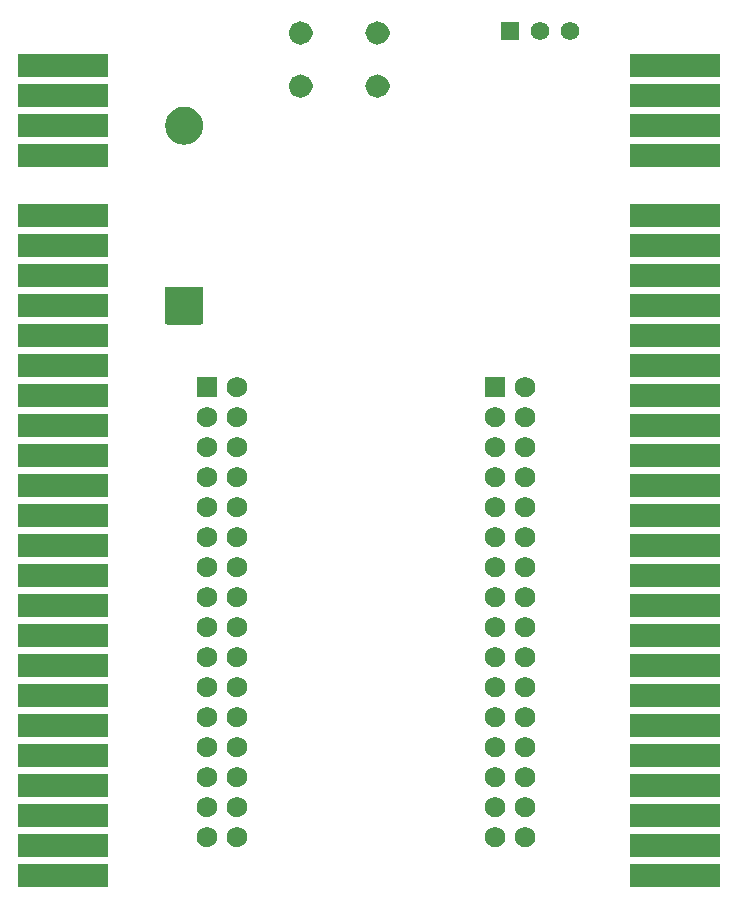
<source format=gbr>
%TF.GenerationSoftware,KiCad,Pcbnew,9.0.5*%
%TF.CreationDate,2025-12-03T10:09:39+00:00*%
%TF.ProjectId,ZX Interface,5a582049-6e74-4657-9266-6163652e6b69,3.2*%
%TF.SameCoordinates,Original*%
%TF.FileFunction,Soldermask,Top*%
%TF.FilePolarity,Negative*%
%FSLAX46Y46*%
G04 Gerber Fmt 4.6, Leading zero omitted, Abs format (unit mm)*
G04 Created by KiCad (PCBNEW 9.0.5) date 2025-12-03 10:09:39*
%MOMM*%
%LPD*%
G01*
G04 APERTURE LIST*
G04 Aperture macros list*
%AMRoundRect*
0 Rectangle with rounded corners*
0 $1 Rounding radius*
0 $2 $3 $4 $5 $6 $7 $8 $9 X,Y pos of 4 corners*
0 Add a 4 corners polygon primitive as box body*
4,1,4,$2,$3,$4,$5,$6,$7,$8,$9,$2,$3,0*
0 Add four circle primitives for the rounded corners*
1,1,$1+$1,$2,$3*
1,1,$1+$1,$4,$5*
1,1,$1+$1,$6,$7*
1,1,$1+$1,$8,$9*
0 Add four rect primitives between the rounded corners*
20,1,$1+$1,$2,$3,$4,$5,0*
20,1,$1+$1,$4,$5,$6,$7,0*
20,1,$1+$1,$6,$7,$8,$9,0*
20,1,$1+$1,$8,$9,$2,$3,0*%
G04 Aperture macros list end*
%ADD10C,0.000000*%
%ADD11C,1.000000*%
%ADD12R,7.620000X1.524000*%
%ADD13RoundRect,0.102000X-0.685000X-0.685000X0.685000X-0.685000X0.685000X0.685000X-0.685000X0.685000X0*%
%ADD14C,1.574000*%
%ADD15O,2.055000X1.500000*%
%ADD16RoundRect,0.250000X1.350000X-1.350000X1.350000X1.350000X-1.350000X1.350000X-1.350000X-1.350000X0*%
%ADD17C,3.200000*%
%ADD18RoundRect,0.102000X0.765000X-0.765000X0.765000X0.765000X-0.765000X0.765000X-0.765000X-0.765000X0*%
%ADD19C,1.734000*%
G04 APERTURE END LIST*
D10*
G36*
X93052310Y-128364090D02*
G01*
X93134830Y-128376330D01*
X93215740Y-128396600D01*
X93294280Y-128424700D01*
X93369690Y-128460370D01*
X93441230Y-128503250D01*
X93508230Y-128552940D01*
X93570040Y-128608960D01*
X93626060Y-128670770D01*
X93675750Y-128737770D01*
X93718630Y-128809310D01*
X93754300Y-128884720D01*
X93782400Y-128963260D01*
X93802670Y-129044170D01*
X93814910Y-129126690D01*
X93819000Y-129210000D01*
X93814910Y-129293310D01*
X93802670Y-129375830D01*
X93782400Y-129456740D01*
X93754300Y-129535280D01*
X93718630Y-129610690D01*
X93675750Y-129682230D01*
X93626060Y-129749230D01*
X93570040Y-129811040D01*
X93508230Y-129867060D01*
X93441230Y-129916750D01*
X93369690Y-129959630D01*
X93294280Y-129995300D01*
X93215740Y-130023400D01*
X93134830Y-130043670D01*
X93052310Y-130055910D01*
X92969000Y-130060000D01*
X92885690Y-130055910D01*
X92803170Y-130043670D01*
X92722260Y-130023400D01*
X92643720Y-129995300D01*
X92568310Y-129959630D01*
X92496770Y-129916750D01*
X92429770Y-129867060D01*
X92367960Y-129811040D01*
X92311940Y-129749230D01*
X92262250Y-129682230D01*
X92219370Y-129610690D01*
X92183700Y-129535280D01*
X92155600Y-129456740D01*
X92135330Y-129375830D01*
X92123090Y-129293310D01*
X92119000Y-129210000D01*
X92123090Y-129126690D01*
X92135330Y-129044170D01*
X92155600Y-128963260D01*
X92183700Y-128884720D01*
X92219370Y-128809310D01*
X92262250Y-128737770D01*
X92311940Y-128670770D01*
X92367960Y-128608960D01*
X92429770Y-128552940D01*
X92496770Y-128503250D01*
X92568310Y-128460370D01*
X92643720Y-128424700D01*
X92722260Y-128396600D01*
X92803170Y-128376330D01*
X92885690Y-128364090D01*
X92969000Y-128360000D01*
X93052310Y-128364090D01*
G37*
G36*
X136460000Y-128381000D02*
G01*
X128840000Y-128381000D01*
X128840000Y-126381000D01*
X136460000Y-126381000D01*
X136460000Y-128381000D01*
G37*
G36*
X120033310Y-105504090D02*
G01*
X120115830Y-105516330D01*
X120196740Y-105536600D01*
X120275280Y-105564700D01*
X120350690Y-105600370D01*
X120422230Y-105643250D01*
X120489230Y-105692940D01*
X120551040Y-105748960D01*
X120607060Y-105810770D01*
X120656750Y-105877770D01*
X120699630Y-105949310D01*
X120735300Y-106024720D01*
X120763400Y-106103260D01*
X120783670Y-106184170D01*
X120795910Y-106266690D01*
X120800000Y-106350000D01*
X120795910Y-106433310D01*
X120783670Y-106515830D01*
X120763400Y-106596740D01*
X120735300Y-106675280D01*
X120699630Y-106750690D01*
X120656750Y-106822230D01*
X120607060Y-106889230D01*
X120551040Y-106951040D01*
X120489230Y-107007060D01*
X120422230Y-107056750D01*
X120350690Y-107099630D01*
X120275280Y-107135300D01*
X120196740Y-107163400D01*
X120115830Y-107183670D01*
X120033310Y-107195910D01*
X119950000Y-107200000D01*
X119866690Y-107195910D01*
X119784170Y-107183670D01*
X119703260Y-107163400D01*
X119624720Y-107135300D01*
X119549310Y-107099630D01*
X119477770Y-107056750D01*
X119410770Y-107007060D01*
X119348960Y-106951040D01*
X119292940Y-106889230D01*
X119243250Y-106822230D01*
X119200370Y-106750690D01*
X119164700Y-106675280D01*
X119136600Y-106596740D01*
X119116330Y-106515830D01*
X119104090Y-106433310D01*
X119100000Y-106350000D01*
X119104090Y-106266690D01*
X119116330Y-106184170D01*
X119136600Y-106103260D01*
X119164700Y-106024720D01*
X119200370Y-105949310D01*
X119243250Y-105877770D01*
X119292940Y-105810770D01*
X119348960Y-105748960D01*
X119410770Y-105692940D01*
X119477770Y-105643250D01*
X119549310Y-105600370D01*
X119624720Y-105564700D01*
X119703260Y-105536600D01*
X119784170Y-105516330D01*
X119866690Y-105504090D01*
X119950000Y-105500000D01*
X120033310Y-105504090D01*
G37*
G36*
X136460000Y-97901000D02*
G01*
X128840000Y-97901000D01*
X128840000Y-95901000D01*
X136460000Y-95901000D01*
X136460000Y-97901000D01*
G37*
G36*
X136460000Y-125841000D02*
G01*
X128840000Y-125841000D01*
X128840000Y-123841000D01*
X136460000Y-123841000D01*
X136460000Y-125841000D01*
G37*
G36*
X93052310Y-120744090D02*
G01*
X93134830Y-120756330D01*
X93215740Y-120776600D01*
X93294280Y-120804700D01*
X93369690Y-120840370D01*
X93441230Y-120883250D01*
X93508230Y-120932940D01*
X93570040Y-120988960D01*
X93626060Y-121050770D01*
X93675750Y-121117770D01*
X93718630Y-121189310D01*
X93754300Y-121264720D01*
X93782400Y-121343260D01*
X93802670Y-121424170D01*
X93814910Y-121506690D01*
X93819000Y-121590000D01*
X93814910Y-121673310D01*
X93802670Y-121755830D01*
X93782400Y-121836740D01*
X93754300Y-121915280D01*
X93718630Y-121990690D01*
X93675750Y-122062230D01*
X93626060Y-122129230D01*
X93570040Y-122191040D01*
X93508230Y-122247060D01*
X93441230Y-122296750D01*
X93369690Y-122339630D01*
X93294280Y-122375300D01*
X93215740Y-122403400D01*
X93134830Y-122423670D01*
X93052310Y-122435910D01*
X92969000Y-122440000D01*
X92885690Y-122435910D01*
X92803170Y-122423670D01*
X92722260Y-122403400D01*
X92643720Y-122375300D01*
X92568310Y-122339630D01*
X92496770Y-122296750D01*
X92429770Y-122247060D01*
X92367960Y-122191040D01*
X92311940Y-122129230D01*
X92262250Y-122062230D01*
X92219370Y-121990690D01*
X92183700Y-121915280D01*
X92155600Y-121836740D01*
X92135330Y-121755830D01*
X92123090Y-121673310D01*
X92119000Y-121590000D01*
X92123090Y-121506690D01*
X92135330Y-121424170D01*
X92155600Y-121343260D01*
X92183700Y-121264720D01*
X92219370Y-121189310D01*
X92262250Y-121117770D01*
X92311940Y-121050770D01*
X92367960Y-120988960D01*
X92429770Y-120932940D01*
X92496770Y-120883250D01*
X92568310Y-120840370D01*
X92643720Y-120804700D01*
X92722260Y-120776600D01*
X92803170Y-120756330D01*
X92885690Y-120744090D01*
X92969000Y-120740000D01*
X93052310Y-120744090D01*
G37*
G36*
X84582000Y-77581000D02*
G01*
X76962000Y-77581000D01*
X76962000Y-75581000D01*
X84582000Y-75581000D01*
X84582000Y-77581000D01*
G37*
G36*
X120033310Y-118204090D02*
G01*
X120115830Y-118216330D01*
X120196740Y-118236600D01*
X120275280Y-118264700D01*
X120350690Y-118300370D01*
X120422230Y-118343250D01*
X120489230Y-118392940D01*
X120551040Y-118448960D01*
X120607060Y-118510770D01*
X120656750Y-118577770D01*
X120699630Y-118649310D01*
X120735300Y-118724720D01*
X120763400Y-118803260D01*
X120783670Y-118884170D01*
X120795910Y-118966690D01*
X120800000Y-119050000D01*
X120795910Y-119133310D01*
X120783670Y-119215830D01*
X120763400Y-119296740D01*
X120735300Y-119375280D01*
X120699630Y-119450690D01*
X120656750Y-119522230D01*
X120607060Y-119589230D01*
X120551040Y-119651040D01*
X120489230Y-119707060D01*
X120422230Y-119756750D01*
X120350690Y-119799630D01*
X120275280Y-119835300D01*
X120196740Y-119863400D01*
X120115830Y-119883670D01*
X120033310Y-119895910D01*
X119950000Y-119900000D01*
X119866690Y-119895910D01*
X119784170Y-119883670D01*
X119703260Y-119863400D01*
X119624720Y-119835300D01*
X119549310Y-119799630D01*
X119477770Y-119756750D01*
X119410770Y-119707060D01*
X119348960Y-119651040D01*
X119292940Y-119589230D01*
X119243250Y-119522230D01*
X119200370Y-119450690D01*
X119164700Y-119375280D01*
X119136600Y-119296740D01*
X119116330Y-119215830D01*
X119104090Y-119133310D01*
X119100000Y-119050000D01*
X119104090Y-118966690D01*
X119116330Y-118884170D01*
X119136600Y-118803260D01*
X119164700Y-118724720D01*
X119200370Y-118649310D01*
X119243250Y-118577770D01*
X119292940Y-118510770D01*
X119348960Y-118448960D01*
X119410770Y-118392940D01*
X119477770Y-118343250D01*
X119549310Y-118300370D01*
X119624720Y-118264700D01*
X119703260Y-118236600D01*
X119784170Y-118216330D01*
X119866690Y-118204090D01*
X119950000Y-118200000D01*
X120033310Y-118204090D01*
G37*
G36*
X84582000Y-97901000D02*
G01*
X76962000Y-97901000D01*
X76962000Y-95901000D01*
X84582000Y-95901000D01*
X84582000Y-97901000D01*
G37*
G36*
X136460000Y-82661000D02*
G01*
X128840000Y-82661000D01*
X128840000Y-80661000D01*
X136460000Y-80661000D01*
X136460000Y-82661000D01*
G37*
G36*
X84582000Y-69961000D02*
G01*
X76962000Y-69961000D01*
X76962000Y-67961000D01*
X84582000Y-67961000D01*
X84582000Y-69961000D01*
G37*
G36*
X95592310Y-120744090D02*
G01*
X95674830Y-120756330D01*
X95755740Y-120776600D01*
X95834280Y-120804700D01*
X95909690Y-120840370D01*
X95981230Y-120883250D01*
X96048230Y-120932940D01*
X96110040Y-120988960D01*
X96166060Y-121050770D01*
X96215750Y-121117770D01*
X96258630Y-121189310D01*
X96294300Y-121264720D01*
X96322400Y-121343260D01*
X96342670Y-121424170D01*
X96354910Y-121506690D01*
X96359000Y-121590000D01*
X96354910Y-121673310D01*
X96342670Y-121755830D01*
X96322400Y-121836740D01*
X96294300Y-121915280D01*
X96258630Y-121990690D01*
X96215750Y-122062230D01*
X96166060Y-122129230D01*
X96110040Y-122191040D01*
X96048230Y-122247060D01*
X95981230Y-122296750D01*
X95909690Y-122339630D01*
X95834280Y-122375300D01*
X95755740Y-122403400D01*
X95674830Y-122423670D01*
X95592310Y-122435910D01*
X95509000Y-122440000D01*
X95425690Y-122435910D01*
X95343170Y-122423670D01*
X95262260Y-122403400D01*
X95183720Y-122375300D01*
X95108310Y-122339630D01*
X95036770Y-122296750D01*
X94969770Y-122247060D01*
X94907960Y-122191040D01*
X94851940Y-122129230D01*
X94802250Y-122062230D01*
X94759370Y-121990690D01*
X94723700Y-121915280D01*
X94695600Y-121836740D01*
X94675330Y-121755830D01*
X94663090Y-121673310D01*
X94659000Y-121590000D01*
X94663090Y-121506690D01*
X94675330Y-121424170D01*
X94695600Y-121343260D01*
X94723700Y-121264720D01*
X94759370Y-121189310D01*
X94802250Y-121117770D01*
X94851940Y-121050770D01*
X94907960Y-120988960D01*
X94969770Y-120932940D01*
X95036770Y-120883250D01*
X95108310Y-120840370D01*
X95183720Y-120804700D01*
X95262260Y-120776600D01*
X95343170Y-120756330D01*
X95425690Y-120744090D01*
X95509000Y-120740000D01*
X95592310Y-120744090D01*
G37*
G36*
X136460000Y-85201000D02*
G01*
X128840000Y-85201000D01*
X128840000Y-83201000D01*
X136460000Y-83201000D01*
X136460000Y-85201000D01*
G37*
G36*
X120033310Y-125824090D02*
G01*
X120115830Y-125836330D01*
X120196740Y-125856600D01*
X120275280Y-125884700D01*
X120350690Y-125920370D01*
X120422230Y-125963250D01*
X120489230Y-126012940D01*
X120551040Y-126068960D01*
X120607060Y-126130770D01*
X120656750Y-126197770D01*
X120699630Y-126269310D01*
X120735300Y-126344720D01*
X120763400Y-126423260D01*
X120783670Y-126504170D01*
X120795910Y-126586690D01*
X120800000Y-126670000D01*
X120795910Y-126753310D01*
X120783670Y-126835830D01*
X120763400Y-126916740D01*
X120735300Y-126995280D01*
X120699630Y-127070690D01*
X120656750Y-127142230D01*
X120607060Y-127209230D01*
X120551040Y-127271040D01*
X120489230Y-127327060D01*
X120422230Y-127376750D01*
X120350690Y-127419630D01*
X120275280Y-127455300D01*
X120196740Y-127483400D01*
X120115830Y-127503670D01*
X120033310Y-127515910D01*
X119950000Y-127520000D01*
X119866690Y-127515910D01*
X119784170Y-127503670D01*
X119703260Y-127483400D01*
X119624720Y-127455300D01*
X119549310Y-127419630D01*
X119477770Y-127376750D01*
X119410770Y-127327060D01*
X119348960Y-127271040D01*
X119292940Y-127209230D01*
X119243250Y-127142230D01*
X119200370Y-127070690D01*
X119164700Y-126995280D01*
X119136600Y-126916740D01*
X119116330Y-126835830D01*
X119104090Y-126753310D01*
X119100000Y-126670000D01*
X119104090Y-126586690D01*
X119116330Y-126504170D01*
X119136600Y-126423260D01*
X119164700Y-126344720D01*
X119200370Y-126269310D01*
X119243250Y-126197770D01*
X119292940Y-126130770D01*
X119348960Y-126068960D01*
X119410770Y-126012940D01*
X119477770Y-125963250D01*
X119549310Y-125920370D01*
X119624720Y-125884700D01*
X119703260Y-125856600D01*
X119784170Y-125836330D01*
X119866690Y-125824090D01*
X119950000Y-125820000D01*
X120033310Y-125824090D01*
G37*
G36*
X93052310Y-118204090D02*
G01*
X93134830Y-118216330D01*
X93215740Y-118236600D01*
X93294280Y-118264700D01*
X93369690Y-118300370D01*
X93441230Y-118343250D01*
X93508230Y-118392940D01*
X93570040Y-118448960D01*
X93626060Y-118510770D01*
X93675750Y-118577770D01*
X93718630Y-118649310D01*
X93754300Y-118724720D01*
X93782400Y-118803260D01*
X93802670Y-118884170D01*
X93814910Y-118966690D01*
X93819000Y-119050000D01*
X93814910Y-119133310D01*
X93802670Y-119215830D01*
X93782400Y-119296740D01*
X93754300Y-119375280D01*
X93718630Y-119450690D01*
X93675750Y-119522230D01*
X93626060Y-119589230D01*
X93570040Y-119651040D01*
X93508230Y-119707060D01*
X93441230Y-119756750D01*
X93369690Y-119799630D01*
X93294280Y-119835300D01*
X93215740Y-119863400D01*
X93134830Y-119883670D01*
X93052310Y-119895910D01*
X92969000Y-119900000D01*
X92885690Y-119895910D01*
X92803170Y-119883670D01*
X92722260Y-119863400D01*
X92643720Y-119835300D01*
X92568310Y-119799630D01*
X92496770Y-119756750D01*
X92429770Y-119707060D01*
X92367960Y-119651040D01*
X92311940Y-119589230D01*
X92262250Y-119522230D01*
X92219370Y-119450690D01*
X92183700Y-119375280D01*
X92155600Y-119296740D01*
X92135330Y-119215830D01*
X92123090Y-119133310D01*
X92119000Y-119050000D01*
X92123090Y-118966690D01*
X92135330Y-118884170D01*
X92155600Y-118803260D01*
X92183700Y-118724720D01*
X92219370Y-118649310D01*
X92262250Y-118577770D01*
X92311940Y-118510770D01*
X92367960Y-118448960D01*
X92429770Y-118392940D01*
X92496770Y-118343250D01*
X92568310Y-118300370D01*
X92643720Y-118264700D01*
X92722260Y-118236600D01*
X92803170Y-118216330D01*
X92885690Y-118204090D01*
X92969000Y-118200000D01*
X93052310Y-118204090D01*
G37*
G36*
X84582000Y-133461000D02*
G01*
X76962000Y-133461000D01*
X76962000Y-131461000D01*
X84582000Y-131461000D01*
X84582000Y-133461000D01*
G37*
G36*
X84582000Y-102981000D02*
G01*
X76962000Y-102981000D01*
X76962000Y-100981000D01*
X84582000Y-100981000D01*
X84582000Y-102981000D01*
G37*
G36*
X84582000Y-136001000D02*
G01*
X76962000Y-136001000D01*
X76962000Y-134001000D01*
X84582000Y-134001000D01*
X84582000Y-136001000D01*
G37*
G36*
X84582000Y-87741000D02*
G01*
X76962000Y-87741000D01*
X76962000Y-85741000D01*
X84582000Y-85741000D01*
X84582000Y-87741000D01*
G37*
G36*
X84582000Y-85201000D02*
G01*
X76962000Y-85201000D01*
X76962000Y-83201000D01*
X84582000Y-83201000D01*
X84582000Y-85201000D01*
G37*
G36*
X117493310Y-110584090D02*
G01*
X117575830Y-110596330D01*
X117656740Y-110616600D01*
X117735280Y-110644700D01*
X117810690Y-110680370D01*
X117882230Y-110723250D01*
X117949230Y-110772940D01*
X118011040Y-110828960D01*
X118067060Y-110890770D01*
X118116750Y-110957770D01*
X118159630Y-111029310D01*
X118195300Y-111104720D01*
X118223400Y-111183260D01*
X118243670Y-111264170D01*
X118255910Y-111346690D01*
X118260000Y-111430000D01*
X118255910Y-111513310D01*
X118243670Y-111595830D01*
X118223400Y-111676740D01*
X118195300Y-111755280D01*
X118159630Y-111830690D01*
X118116750Y-111902230D01*
X118067060Y-111969230D01*
X118011040Y-112031040D01*
X117949230Y-112087060D01*
X117882230Y-112136750D01*
X117810690Y-112179630D01*
X117735280Y-112215300D01*
X117656740Y-112243400D01*
X117575830Y-112263670D01*
X117493310Y-112275910D01*
X117410000Y-112280000D01*
X117326690Y-112275910D01*
X117244170Y-112263670D01*
X117163260Y-112243400D01*
X117084720Y-112215300D01*
X117009310Y-112179630D01*
X116937770Y-112136750D01*
X116870770Y-112087060D01*
X116808960Y-112031040D01*
X116752940Y-111969230D01*
X116703250Y-111902230D01*
X116660370Y-111830690D01*
X116624700Y-111755280D01*
X116596600Y-111676740D01*
X116576330Y-111595830D01*
X116564090Y-111513310D01*
X116560000Y-111430000D01*
X116564090Y-111346690D01*
X116576330Y-111264170D01*
X116596600Y-111183260D01*
X116624700Y-111104720D01*
X116660370Y-111029310D01*
X116703250Y-110957770D01*
X116752940Y-110890770D01*
X116808960Y-110828960D01*
X116870770Y-110772940D01*
X116937770Y-110723250D01*
X117009310Y-110680370D01*
X117084720Y-110644700D01*
X117163260Y-110616600D01*
X117244170Y-110596330D01*
X117326690Y-110584090D01*
X117410000Y-110580000D01*
X117493310Y-110584090D01*
G37*
G36*
X84582000Y-90281000D02*
G01*
X76962000Y-90281000D01*
X76962000Y-88281000D01*
X84582000Y-88281000D01*
X84582000Y-90281000D01*
G37*
G36*
X84582000Y-123301000D02*
G01*
X76962000Y-123301000D01*
X76962000Y-121301000D01*
X84582000Y-121301000D01*
X84582000Y-123301000D01*
G37*
G36*
X93052310Y-115664090D02*
G01*
X93134830Y-115676330D01*
X93215740Y-115696600D01*
X93294280Y-115724700D01*
X93369690Y-115760370D01*
X93441230Y-115803250D01*
X93508230Y-115852940D01*
X93570040Y-115908960D01*
X93626060Y-115970770D01*
X93675750Y-116037770D01*
X93718630Y-116109310D01*
X93754300Y-116184720D01*
X93782400Y-116263260D01*
X93802670Y-116344170D01*
X93814910Y-116426690D01*
X93819000Y-116510000D01*
X93814910Y-116593310D01*
X93802670Y-116675830D01*
X93782400Y-116756740D01*
X93754300Y-116835280D01*
X93718630Y-116910690D01*
X93675750Y-116982230D01*
X93626060Y-117049230D01*
X93570040Y-117111040D01*
X93508230Y-117167060D01*
X93441230Y-117216750D01*
X93369690Y-117259630D01*
X93294280Y-117295300D01*
X93215740Y-117323400D01*
X93134830Y-117343670D01*
X93052310Y-117355910D01*
X92969000Y-117360000D01*
X92885690Y-117355910D01*
X92803170Y-117343670D01*
X92722260Y-117323400D01*
X92643720Y-117295300D01*
X92568310Y-117259630D01*
X92496770Y-117216750D01*
X92429770Y-117167060D01*
X92367960Y-117111040D01*
X92311940Y-117049230D01*
X92262250Y-116982230D01*
X92219370Y-116910690D01*
X92183700Y-116835280D01*
X92155600Y-116756740D01*
X92135330Y-116675830D01*
X92123090Y-116593310D01*
X92119000Y-116510000D01*
X92123090Y-116426690D01*
X92135330Y-116344170D01*
X92155600Y-116263260D01*
X92183700Y-116184720D01*
X92219370Y-116109310D01*
X92262250Y-116037770D01*
X92311940Y-115970770D01*
X92367960Y-115908960D01*
X92429770Y-115852940D01*
X92496770Y-115803250D01*
X92568310Y-115760370D01*
X92643720Y-115724700D01*
X92722260Y-115696600D01*
X92803170Y-115676330D01*
X92885690Y-115664090D01*
X92969000Y-115660000D01*
X93052310Y-115664090D01*
G37*
G36*
X120033310Y-128364090D02*
G01*
X120115830Y-128376330D01*
X120196740Y-128396600D01*
X120275280Y-128424700D01*
X120350690Y-128460370D01*
X120422230Y-128503250D01*
X120489230Y-128552940D01*
X120551040Y-128608960D01*
X120607060Y-128670770D01*
X120656750Y-128737770D01*
X120699630Y-128809310D01*
X120735300Y-128884720D01*
X120763400Y-128963260D01*
X120783670Y-129044170D01*
X120795910Y-129126690D01*
X120800000Y-129210000D01*
X120795910Y-129293310D01*
X120783670Y-129375830D01*
X120763400Y-129456740D01*
X120735300Y-129535280D01*
X120699630Y-129610690D01*
X120656750Y-129682230D01*
X120607060Y-129749230D01*
X120551040Y-129811040D01*
X120489230Y-129867060D01*
X120422230Y-129916750D01*
X120350690Y-129959630D01*
X120275280Y-129995300D01*
X120196740Y-130023400D01*
X120115830Y-130043670D01*
X120033310Y-130055910D01*
X119950000Y-130060000D01*
X119866690Y-130055910D01*
X119784170Y-130043670D01*
X119703260Y-130023400D01*
X119624720Y-129995300D01*
X119549310Y-129959630D01*
X119477770Y-129916750D01*
X119410770Y-129867060D01*
X119348960Y-129811040D01*
X119292940Y-129749230D01*
X119243250Y-129682230D01*
X119200370Y-129610690D01*
X119164700Y-129535280D01*
X119136600Y-129456740D01*
X119116330Y-129375830D01*
X119104090Y-129293310D01*
X119100000Y-129210000D01*
X119104090Y-129126690D01*
X119116330Y-129044170D01*
X119136600Y-128963260D01*
X119164700Y-128884720D01*
X119200370Y-128809310D01*
X119243250Y-128737770D01*
X119292940Y-128670770D01*
X119348960Y-128608960D01*
X119410770Y-128552940D01*
X119477770Y-128503250D01*
X119549310Y-128460370D01*
X119624720Y-128424700D01*
X119703260Y-128396600D01*
X119784170Y-128376330D01*
X119866690Y-128364090D01*
X119950000Y-128360000D01*
X120033310Y-128364090D01*
G37*
G36*
X84582000Y-105521000D02*
G01*
X76962000Y-105521000D01*
X76962000Y-103521000D01*
X84582000Y-103521000D01*
X84582000Y-105521000D01*
G37*
D11*
X107910000Y-70710000D02*
G75*
G02*
X106910000Y-70710000I-500000J0D01*
G01*
X106910000Y-70710000D02*
G75*
G02*
X107910000Y-70710000I500000J0D01*
G01*
D10*
G36*
X136460000Y-77581000D02*
G01*
X128840000Y-77581000D01*
X128840000Y-75581000D01*
X136460000Y-75581000D01*
X136460000Y-77581000D01*
G37*
G36*
X93052310Y-105504090D02*
G01*
X93134830Y-105516330D01*
X93215740Y-105536600D01*
X93294280Y-105564700D01*
X93369690Y-105600370D01*
X93441230Y-105643250D01*
X93508230Y-105692940D01*
X93570040Y-105748960D01*
X93626060Y-105810770D01*
X93675750Y-105877770D01*
X93718630Y-105949310D01*
X93754300Y-106024720D01*
X93782400Y-106103260D01*
X93802670Y-106184170D01*
X93814910Y-106266690D01*
X93819000Y-106350000D01*
X93814910Y-106433310D01*
X93802670Y-106515830D01*
X93782400Y-106596740D01*
X93754300Y-106675280D01*
X93718630Y-106750690D01*
X93675750Y-106822230D01*
X93626060Y-106889230D01*
X93570040Y-106951040D01*
X93508230Y-107007060D01*
X93441230Y-107056750D01*
X93369690Y-107099630D01*
X93294280Y-107135300D01*
X93215740Y-107163400D01*
X93134830Y-107183670D01*
X93052310Y-107195910D01*
X92969000Y-107200000D01*
X92885690Y-107195910D01*
X92803170Y-107183670D01*
X92722260Y-107163400D01*
X92643720Y-107135300D01*
X92568310Y-107099630D01*
X92496770Y-107056750D01*
X92429770Y-107007060D01*
X92367960Y-106951040D01*
X92311940Y-106889230D01*
X92262250Y-106822230D01*
X92219370Y-106750690D01*
X92183700Y-106675280D01*
X92155600Y-106596740D01*
X92135330Y-106515830D01*
X92123090Y-106433310D01*
X92119000Y-106350000D01*
X92123090Y-106266690D01*
X92135330Y-106184170D01*
X92155600Y-106103260D01*
X92183700Y-106024720D01*
X92219370Y-105949310D01*
X92262250Y-105877770D01*
X92311940Y-105810770D01*
X92367960Y-105748960D01*
X92429770Y-105692940D01*
X92496770Y-105643250D01*
X92568310Y-105600370D01*
X92643720Y-105564700D01*
X92722260Y-105536600D01*
X92803170Y-105516330D01*
X92885690Y-105504090D01*
X92969000Y-105500000D01*
X93052310Y-105504090D01*
G37*
G36*
X84582000Y-125841000D02*
G01*
X76962000Y-125841000D01*
X76962000Y-123841000D01*
X84582000Y-123841000D01*
X84582000Y-125841000D01*
G37*
G36*
X117493310Y-118204090D02*
G01*
X117575830Y-118216330D01*
X117656740Y-118236600D01*
X117735280Y-118264700D01*
X117810690Y-118300370D01*
X117882230Y-118343250D01*
X117949230Y-118392940D01*
X118011040Y-118448960D01*
X118067060Y-118510770D01*
X118116750Y-118577770D01*
X118159630Y-118649310D01*
X118195300Y-118724720D01*
X118223400Y-118803260D01*
X118243670Y-118884170D01*
X118255910Y-118966690D01*
X118260000Y-119050000D01*
X118255910Y-119133310D01*
X118243670Y-119215830D01*
X118223400Y-119296740D01*
X118195300Y-119375280D01*
X118159630Y-119450690D01*
X118116750Y-119522230D01*
X118067060Y-119589230D01*
X118011040Y-119651040D01*
X117949230Y-119707060D01*
X117882230Y-119756750D01*
X117810690Y-119799630D01*
X117735280Y-119835300D01*
X117656740Y-119863400D01*
X117575830Y-119883670D01*
X117493310Y-119895910D01*
X117410000Y-119900000D01*
X117326690Y-119895910D01*
X117244170Y-119883670D01*
X117163260Y-119863400D01*
X117084720Y-119835300D01*
X117009310Y-119799630D01*
X116937770Y-119756750D01*
X116870770Y-119707060D01*
X116808960Y-119651040D01*
X116752940Y-119589230D01*
X116703250Y-119522230D01*
X116660370Y-119450690D01*
X116624700Y-119375280D01*
X116596600Y-119296740D01*
X116576330Y-119215830D01*
X116564090Y-119133310D01*
X116560000Y-119050000D01*
X116564090Y-118966690D01*
X116576330Y-118884170D01*
X116596600Y-118803260D01*
X116624700Y-118724720D01*
X116660370Y-118649310D01*
X116703250Y-118577770D01*
X116752940Y-118510770D01*
X116808960Y-118448960D01*
X116870770Y-118392940D01*
X116937770Y-118343250D01*
X117009310Y-118300370D01*
X117084720Y-118264700D01*
X117163260Y-118236600D01*
X117244170Y-118216330D01*
X117326690Y-118204090D01*
X117410000Y-118200000D01*
X117493310Y-118204090D01*
G37*
G36*
X136460000Y-95361000D02*
G01*
X128840000Y-95361000D01*
X128840000Y-93361000D01*
X136460000Y-93361000D01*
X136460000Y-95361000D01*
G37*
G36*
X136460000Y-102981000D02*
G01*
X128840000Y-102981000D01*
X128840000Y-100981000D01*
X136460000Y-100981000D01*
X136460000Y-102981000D01*
G37*
G36*
X93052310Y-125824090D02*
G01*
X93134830Y-125836330D01*
X93215740Y-125856600D01*
X93294280Y-125884700D01*
X93369690Y-125920370D01*
X93441230Y-125963250D01*
X93508230Y-126012940D01*
X93570040Y-126068960D01*
X93626060Y-126130770D01*
X93675750Y-126197770D01*
X93718630Y-126269310D01*
X93754300Y-126344720D01*
X93782400Y-126423260D01*
X93802670Y-126504170D01*
X93814910Y-126586690D01*
X93819000Y-126670000D01*
X93814910Y-126753310D01*
X93802670Y-126835830D01*
X93782400Y-126916740D01*
X93754300Y-126995280D01*
X93718630Y-127070690D01*
X93675750Y-127142230D01*
X93626060Y-127209230D01*
X93570040Y-127271040D01*
X93508230Y-127327060D01*
X93441230Y-127376750D01*
X93369690Y-127419630D01*
X93294280Y-127455300D01*
X93215740Y-127483400D01*
X93134830Y-127503670D01*
X93052310Y-127515910D01*
X92969000Y-127520000D01*
X92885690Y-127515910D01*
X92803170Y-127503670D01*
X92722260Y-127483400D01*
X92643720Y-127455300D01*
X92568310Y-127419630D01*
X92496770Y-127376750D01*
X92429770Y-127327060D01*
X92367960Y-127271040D01*
X92311940Y-127209230D01*
X92262250Y-127142230D01*
X92219370Y-127070690D01*
X92183700Y-126995280D01*
X92155600Y-126916740D01*
X92135330Y-126835830D01*
X92123090Y-126753310D01*
X92119000Y-126670000D01*
X92123090Y-126586690D01*
X92135330Y-126504170D01*
X92155600Y-126423260D01*
X92183700Y-126344720D01*
X92219370Y-126269310D01*
X92262250Y-126197770D01*
X92311940Y-126130770D01*
X92367960Y-126068960D01*
X92429770Y-126012940D01*
X92496770Y-125963250D01*
X92568310Y-125920370D01*
X92643720Y-125884700D01*
X92722260Y-125856600D01*
X92803170Y-125836330D01*
X92885690Y-125824090D01*
X92969000Y-125820000D01*
X93052310Y-125824090D01*
G37*
D11*
X107910000Y-66210000D02*
G75*
G02*
X106910000Y-66210000I-500000J0D01*
G01*
X106910000Y-66210000D02*
G75*
G02*
X107910000Y-66210000I500000J0D01*
G01*
D10*
G36*
X84582000Y-75041000D02*
G01*
X76962000Y-75041000D01*
X76962000Y-73041000D01*
X84582000Y-73041000D01*
X84582000Y-75041000D01*
G37*
G36*
X136460000Y-105521000D02*
G01*
X128840000Y-105521000D01*
X128840000Y-103521000D01*
X136460000Y-103521000D01*
X136460000Y-105521000D01*
G37*
G36*
X84582000Y-72501000D02*
G01*
X76962000Y-72501000D01*
X76962000Y-70501000D01*
X84582000Y-70501000D01*
X84582000Y-72501000D01*
G37*
G36*
X136460000Y-136001000D02*
G01*
X128840000Y-136001000D01*
X128840000Y-134001000D01*
X136460000Y-134001000D01*
X136460000Y-136001000D01*
G37*
G36*
X120033310Y-133444090D02*
G01*
X120115830Y-133456330D01*
X120196740Y-133476600D01*
X120275280Y-133504700D01*
X120350690Y-133540370D01*
X120422230Y-133583250D01*
X120489230Y-133632940D01*
X120551040Y-133688960D01*
X120607060Y-133750770D01*
X120656750Y-133817770D01*
X120699630Y-133889310D01*
X120735300Y-133964720D01*
X120763400Y-134043260D01*
X120783670Y-134124170D01*
X120795910Y-134206690D01*
X120800000Y-134290000D01*
X120795910Y-134373310D01*
X120783670Y-134455830D01*
X120763400Y-134536740D01*
X120735300Y-134615280D01*
X120699630Y-134690690D01*
X120656750Y-134762230D01*
X120607060Y-134829230D01*
X120551040Y-134891040D01*
X120489230Y-134947060D01*
X120422230Y-134996750D01*
X120350690Y-135039630D01*
X120275280Y-135075300D01*
X120196740Y-135103400D01*
X120115830Y-135123670D01*
X120033310Y-135135910D01*
X119950000Y-135140000D01*
X119866690Y-135135910D01*
X119784170Y-135123670D01*
X119703260Y-135103400D01*
X119624720Y-135075300D01*
X119549310Y-135039630D01*
X119477770Y-134996750D01*
X119410770Y-134947060D01*
X119348960Y-134891040D01*
X119292940Y-134829230D01*
X119243250Y-134762230D01*
X119200370Y-134690690D01*
X119164700Y-134615280D01*
X119136600Y-134536740D01*
X119116330Y-134455830D01*
X119104090Y-134373310D01*
X119100000Y-134290000D01*
X119104090Y-134206690D01*
X119116330Y-134124170D01*
X119136600Y-134043260D01*
X119164700Y-133964720D01*
X119200370Y-133889310D01*
X119243250Y-133817770D01*
X119292940Y-133750770D01*
X119348960Y-133688960D01*
X119410770Y-133632940D01*
X119477770Y-133583250D01*
X119549310Y-133540370D01*
X119624720Y-133504700D01*
X119703260Y-133476600D01*
X119784170Y-133456330D01*
X119866690Y-133444090D01*
X119950000Y-133440000D01*
X120033310Y-133444090D01*
G37*
G36*
X117493310Y-102964090D02*
G01*
X117575830Y-102976330D01*
X117656740Y-102996600D01*
X117735280Y-103024700D01*
X117810690Y-103060370D01*
X117882230Y-103103250D01*
X117949230Y-103152940D01*
X118011040Y-103208960D01*
X118067060Y-103270770D01*
X118116750Y-103337770D01*
X118159630Y-103409310D01*
X118195300Y-103484720D01*
X118223400Y-103563260D01*
X118243670Y-103644170D01*
X118255910Y-103726690D01*
X118260000Y-103810000D01*
X118255910Y-103893310D01*
X118243670Y-103975830D01*
X118223400Y-104056740D01*
X118195300Y-104135280D01*
X118159630Y-104210690D01*
X118116750Y-104282230D01*
X118067060Y-104349230D01*
X118011040Y-104411040D01*
X117949230Y-104467060D01*
X117882230Y-104516750D01*
X117810690Y-104559630D01*
X117735280Y-104595300D01*
X117656740Y-104623400D01*
X117575830Y-104643670D01*
X117493310Y-104655910D01*
X117410000Y-104660000D01*
X117326690Y-104655910D01*
X117244170Y-104643670D01*
X117163260Y-104623400D01*
X117084720Y-104595300D01*
X117009310Y-104559630D01*
X116937770Y-104516750D01*
X116870770Y-104467060D01*
X116808960Y-104411040D01*
X116752940Y-104349230D01*
X116703250Y-104282230D01*
X116660370Y-104210690D01*
X116624700Y-104135280D01*
X116596600Y-104056740D01*
X116576330Y-103975830D01*
X116564090Y-103893310D01*
X116560000Y-103810000D01*
X116564090Y-103726690D01*
X116576330Y-103644170D01*
X116596600Y-103563260D01*
X116624700Y-103484720D01*
X116660370Y-103409310D01*
X116703250Y-103337770D01*
X116752940Y-103270770D01*
X116808960Y-103208960D01*
X116870770Y-103152940D01*
X116937770Y-103103250D01*
X117009310Y-103060370D01*
X117084720Y-103024700D01*
X117163260Y-102996600D01*
X117244170Y-102976330D01*
X117326690Y-102964090D01*
X117410000Y-102960000D01*
X117493310Y-102964090D01*
G37*
G36*
X84582000Y-82661000D02*
G01*
X76962000Y-82661000D01*
X76962000Y-80661000D01*
X84582000Y-80661000D01*
X84582000Y-82661000D01*
G37*
G36*
X93052310Y-97884090D02*
G01*
X93134830Y-97896330D01*
X93215740Y-97916600D01*
X93294280Y-97944700D01*
X93369690Y-97980370D01*
X93441230Y-98023250D01*
X93508230Y-98072940D01*
X93570040Y-98128960D01*
X93626060Y-98190770D01*
X93675750Y-98257770D01*
X93718630Y-98329310D01*
X93754300Y-98404720D01*
X93782400Y-98483260D01*
X93802670Y-98564170D01*
X93814910Y-98646690D01*
X93819000Y-98730000D01*
X93814910Y-98813310D01*
X93802670Y-98895830D01*
X93782400Y-98976740D01*
X93754300Y-99055280D01*
X93718630Y-99130690D01*
X93675750Y-99202230D01*
X93626060Y-99269230D01*
X93570040Y-99331040D01*
X93508230Y-99387060D01*
X93441230Y-99436750D01*
X93369690Y-99479630D01*
X93294280Y-99515300D01*
X93215740Y-99543400D01*
X93134830Y-99563670D01*
X93052310Y-99575910D01*
X92969000Y-99580000D01*
X92885690Y-99575910D01*
X92803170Y-99563670D01*
X92722260Y-99543400D01*
X92643720Y-99515300D01*
X92568310Y-99479630D01*
X92496770Y-99436750D01*
X92429770Y-99387060D01*
X92367960Y-99331040D01*
X92311940Y-99269230D01*
X92262250Y-99202230D01*
X92219370Y-99130690D01*
X92183700Y-99055280D01*
X92155600Y-98976740D01*
X92135330Y-98895830D01*
X92123090Y-98813310D01*
X92119000Y-98730000D01*
X92123090Y-98646690D01*
X92135330Y-98564170D01*
X92155600Y-98483260D01*
X92183700Y-98404720D01*
X92219370Y-98329310D01*
X92262250Y-98257770D01*
X92311940Y-98190770D01*
X92367960Y-98128960D01*
X92429770Y-98072940D01*
X92496770Y-98023250D01*
X92568310Y-97980370D01*
X92643720Y-97944700D01*
X92722260Y-97916600D01*
X92803170Y-97896330D01*
X92885690Y-97884090D01*
X92969000Y-97880000D01*
X93052310Y-97884090D01*
G37*
G36*
X136460000Y-138541000D02*
G01*
X128840000Y-138541000D01*
X128840000Y-136541000D01*
X136460000Y-136541000D01*
X136460000Y-138541000D01*
G37*
G36*
X136460000Y-115681000D02*
G01*
X128840000Y-115681000D01*
X128840000Y-113681000D01*
X136460000Y-113681000D01*
X136460000Y-115681000D01*
G37*
G36*
X117493310Y-133444090D02*
G01*
X117575830Y-133456330D01*
X117656740Y-133476600D01*
X117735280Y-133504700D01*
X117810690Y-133540370D01*
X117882230Y-133583250D01*
X117949230Y-133632940D01*
X118011040Y-133688960D01*
X118067060Y-133750770D01*
X118116750Y-133817770D01*
X118159630Y-133889310D01*
X118195300Y-133964720D01*
X118223400Y-134043260D01*
X118243670Y-134124170D01*
X118255910Y-134206690D01*
X118260000Y-134290000D01*
X118255910Y-134373310D01*
X118243670Y-134455830D01*
X118223400Y-134536740D01*
X118195300Y-134615280D01*
X118159630Y-134690690D01*
X118116750Y-134762230D01*
X118067060Y-134829230D01*
X118011040Y-134891040D01*
X117949230Y-134947060D01*
X117882230Y-134996750D01*
X117810690Y-135039630D01*
X117735280Y-135075300D01*
X117656740Y-135103400D01*
X117575830Y-135123670D01*
X117493310Y-135135910D01*
X117410000Y-135140000D01*
X117326690Y-135135910D01*
X117244170Y-135123670D01*
X117163260Y-135103400D01*
X117084720Y-135075300D01*
X117009310Y-135039630D01*
X116937770Y-134996750D01*
X116870770Y-134947060D01*
X116808960Y-134891040D01*
X116752940Y-134829230D01*
X116703250Y-134762230D01*
X116660370Y-134690690D01*
X116624700Y-134615280D01*
X116596600Y-134536740D01*
X116576330Y-134455830D01*
X116564090Y-134373310D01*
X116560000Y-134290000D01*
X116564090Y-134206690D01*
X116576330Y-134124170D01*
X116596600Y-134043260D01*
X116624700Y-133964720D01*
X116660370Y-133889310D01*
X116703250Y-133817770D01*
X116752940Y-133750770D01*
X116808960Y-133688960D01*
X116870770Y-133632940D01*
X116937770Y-133583250D01*
X117009310Y-133540370D01*
X117084720Y-133504700D01*
X117163260Y-133476600D01*
X117244170Y-133456330D01*
X117326690Y-133444090D01*
X117410000Y-133440000D01*
X117493310Y-133444090D01*
G37*
G36*
X95592310Y-123284090D02*
G01*
X95674830Y-123296330D01*
X95755740Y-123316600D01*
X95834280Y-123344700D01*
X95909690Y-123380370D01*
X95981230Y-123423250D01*
X96048230Y-123472940D01*
X96110040Y-123528960D01*
X96166060Y-123590770D01*
X96215750Y-123657770D01*
X96258630Y-123729310D01*
X96294300Y-123804720D01*
X96322400Y-123883260D01*
X96342670Y-123964170D01*
X96354910Y-124046690D01*
X96359000Y-124130000D01*
X96354910Y-124213310D01*
X96342670Y-124295830D01*
X96322400Y-124376740D01*
X96294300Y-124455280D01*
X96258630Y-124530690D01*
X96215750Y-124602230D01*
X96166060Y-124669230D01*
X96110040Y-124731040D01*
X96048230Y-124787060D01*
X95981230Y-124836750D01*
X95909690Y-124879630D01*
X95834280Y-124915300D01*
X95755740Y-124943400D01*
X95674830Y-124963670D01*
X95592310Y-124975910D01*
X95509000Y-124980000D01*
X95425690Y-124975910D01*
X95343170Y-124963670D01*
X95262260Y-124943400D01*
X95183720Y-124915300D01*
X95108310Y-124879630D01*
X95036770Y-124836750D01*
X94969770Y-124787060D01*
X94907960Y-124731040D01*
X94851940Y-124669230D01*
X94802250Y-124602230D01*
X94759370Y-124530690D01*
X94723700Y-124455280D01*
X94695600Y-124376740D01*
X94675330Y-124295830D01*
X94663090Y-124213310D01*
X94659000Y-124130000D01*
X94663090Y-124046690D01*
X94675330Y-123964170D01*
X94695600Y-123883260D01*
X94723700Y-123804720D01*
X94759370Y-123729310D01*
X94802250Y-123657770D01*
X94851940Y-123590770D01*
X94907960Y-123528960D01*
X94969770Y-123472940D01*
X95036770Y-123423250D01*
X95108310Y-123380370D01*
X95183720Y-123344700D01*
X95262260Y-123316600D01*
X95343170Y-123296330D01*
X95425690Y-123284090D01*
X95509000Y-123280000D01*
X95592310Y-123284090D01*
G37*
G36*
X84582000Y-108061000D02*
G01*
X76962000Y-108061000D01*
X76962000Y-106061000D01*
X84582000Y-106061000D01*
X84582000Y-108061000D01*
G37*
G36*
X120033310Y-110584090D02*
G01*
X120115830Y-110596330D01*
X120196740Y-110616600D01*
X120275280Y-110644700D01*
X120350690Y-110680370D01*
X120422230Y-110723250D01*
X120489230Y-110772940D01*
X120551040Y-110828960D01*
X120607060Y-110890770D01*
X120656750Y-110957770D01*
X120699630Y-111029310D01*
X120735300Y-111104720D01*
X120763400Y-111183260D01*
X120783670Y-111264170D01*
X120795910Y-111346690D01*
X120800000Y-111430000D01*
X120795910Y-111513310D01*
X120783670Y-111595830D01*
X120763400Y-111676740D01*
X120735300Y-111755280D01*
X120699630Y-111830690D01*
X120656750Y-111902230D01*
X120607060Y-111969230D01*
X120551040Y-112031040D01*
X120489230Y-112087060D01*
X120422230Y-112136750D01*
X120350690Y-112179630D01*
X120275280Y-112215300D01*
X120196740Y-112243400D01*
X120115830Y-112263670D01*
X120033310Y-112275910D01*
X119950000Y-112280000D01*
X119866690Y-112275910D01*
X119784170Y-112263670D01*
X119703260Y-112243400D01*
X119624720Y-112215300D01*
X119549310Y-112179630D01*
X119477770Y-112136750D01*
X119410770Y-112087060D01*
X119348960Y-112031040D01*
X119292940Y-111969230D01*
X119243250Y-111902230D01*
X119200370Y-111830690D01*
X119164700Y-111755280D01*
X119136600Y-111676740D01*
X119116330Y-111595830D01*
X119104090Y-111513310D01*
X119100000Y-111430000D01*
X119104090Y-111346690D01*
X119116330Y-111264170D01*
X119136600Y-111183260D01*
X119164700Y-111104720D01*
X119200370Y-111029310D01*
X119243250Y-110957770D01*
X119292940Y-110890770D01*
X119348960Y-110828960D01*
X119410770Y-110772940D01*
X119477770Y-110723250D01*
X119549310Y-110680370D01*
X119624720Y-110644700D01*
X119703260Y-110616600D01*
X119784170Y-110596330D01*
X119866690Y-110584090D01*
X119950000Y-110580000D01*
X120033310Y-110584090D01*
G37*
G36*
X93052310Y-100424090D02*
G01*
X93134830Y-100436330D01*
X93215740Y-100456600D01*
X93294280Y-100484700D01*
X93369690Y-100520370D01*
X93441230Y-100563250D01*
X93508230Y-100612940D01*
X93570040Y-100668960D01*
X93626060Y-100730770D01*
X93675750Y-100797770D01*
X93718630Y-100869310D01*
X93754300Y-100944720D01*
X93782400Y-101023260D01*
X93802670Y-101104170D01*
X93814910Y-101186690D01*
X93819000Y-101270000D01*
X93814910Y-101353310D01*
X93802670Y-101435830D01*
X93782400Y-101516740D01*
X93754300Y-101595280D01*
X93718630Y-101670690D01*
X93675750Y-101742230D01*
X93626060Y-101809230D01*
X93570040Y-101871040D01*
X93508230Y-101927060D01*
X93441230Y-101976750D01*
X93369690Y-102019630D01*
X93294280Y-102055300D01*
X93215740Y-102083400D01*
X93134830Y-102103670D01*
X93052310Y-102115910D01*
X92969000Y-102120000D01*
X92885690Y-102115910D01*
X92803170Y-102103670D01*
X92722260Y-102083400D01*
X92643720Y-102055300D01*
X92568310Y-102019630D01*
X92496770Y-101976750D01*
X92429770Y-101927060D01*
X92367960Y-101871040D01*
X92311940Y-101809230D01*
X92262250Y-101742230D01*
X92219370Y-101670690D01*
X92183700Y-101595280D01*
X92155600Y-101516740D01*
X92135330Y-101435830D01*
X92123090Y-101353310D01*
X92119000Y-101270000D01*
X92123090Y-101186690D01*
X92135330Y-101104170D01*
X92155600Y-101023260D01*
X92183700Y-100944720D01*
X92219370Y-100869310D01*
X92262250Y-100797770D01*
X92311940Y-100730770D01*
X92367960Y-100668960D01*
X92429770Y-100612940D01*
X92496770Y-100563250D01*
X92568310Y-100520370D01*
X92643720Y-100484700D01*
X92722260Y-100456600D01*
X92803170Y-100436330D01*
X92885690Y-100424090D01*
X92969000Y-100420000D01*
X93052310Y-100424090D01*
G37*
G36*
X136460000Y-118221000D02*
G01*
X128840000Y-118221000D01*
X128840000Y-116221000D01*
X136460000Y-116221000D01*
X136460000Y-118221000D01*
G37*
G36*
X95592310Y-133444090D02*
G01*
X95674830Y-133456330D01*
X95755740Y-133476600D01*
X95834280Y-133504700D01*
X95909690Y-133540370D01*
X95981230Y-133583250D01*
X96048230Y-133632940D01*
X96110040Y-133688960D01*
X96166060Y-133750770D01*
X96215750Y-133817770D01*
X96258630Y-133889310D01*
X96294300Y-133964720D01*
X96322400Y-134043260D01*
X96342670Y-134124170D01*
X96354910Y-134206690D01*
X96359000Y-134290000D01*
X96354910Y-134373310D01*
X96342670Y-134455830D01*
X96322400Y-134536740D01*
X96294300Y-134615280D01*
X96258630Y-134690690D01*
X96215750Y-134762230D01*
X96166060Y-134829230D01*
X96110040Y-134891040D01*
X96048230Y-134947060D01*
X95981230Y-134996750D01*
X95909690Y-135039630D01*
X95834280Y-135075300D01*
X95755740Y-135103400D01*
X95674830Y-135123670D01*
X95592310Y-135135910D01*
X95509000Y-135140000D01*
X95425690Y-135135910D01*
X95343170Y-135123670D01*
X95262260Y-135103400D01*
X95183720Y-135075300D01*
X95108310Y-135039630D01*
X95036770Y-134996750D01*
X94969770Y-134947060D01*
X94907960Y-134891040D01*
X94851940Y-134829230D01*
X94802250Y-134762230D01*
X94759370Y-134690690D01*
X94723700Y-134615280D01*
X94695600Y-134536740D01*
X94675330Y-134455830D01*
X94663090Y-134373310D01*
X94659000Y-134290000D01*
X94663090Y-134206690D01*
X94675330Y-134124170D01*
X94695600Y-134043260D01*
X94723700Y-133964720D01*
X94759370Y-133889310D01*
X94802250Y-133817770D01*
X94851940Y-133750770D01*
X94907960Y-133688960D01*
X94969770Y-133632940D01*
X95036770Y-133583250D01*
X95108310Y-133540370D01*
X95183720Y-133504700D01*
X95262260Y-133476600D01*
X95343170Y-133456330D01*
X95425690Y-133444090D01*
X95509000Y-133440000D01*
X95592310Y-133444090D01*
G37*
G36*
X95592310Y-125824090D02*
G01*
X95674830Y-125836330D01*
X95755740Y-125856600D01*
X95834280Y-125884700D01*
X95909690Y-125920370D01*
X95981230Y-125963250D01*
X96048230Y-126012940D01*
X96110040Y-126068960D01*
X96166060Y-126130770D01*
X96215750Y-126197770D01*
X96258630Y-126269310D01*
X96294300Y-126344720D01*
X96322400Y-126423260D01*
X96342670Y-126504170D01*
X96354910Y-126586690D01*
X96359000Y-126670000D01*
X96354910Y-126753310D01*
X96342670Y-126835830D01*
X96322400Y-126916740D01*
X96294300Y-126995280D01*
X96258630Y-127070690D01*
X96215750Y-127142230D01*
X96166060Y-127209230D01*
X96110040Y-127271040D01*
X96048230Y-127327060D01*
X95981230Y-127376750D01*
X95909690Y-127419630D01*
X95834280Y-127455300D01*
X95755740Y-127483400D01*
X95674830Y-127503670D01*
X95592310Y-127515910D01*
X95509000Y-127520000D01*
X95425690Y-127515910D01*
X95343170Y-127503670D01*
X95262260Y-127483400D01*
X95183720Y-127455300D01*
X95108310Y-127419630D01*
X95036770Y-127376750D01*
X94969770Y-127327060D01*
X94907960Y-127271040D01*
X94851940Y-127209230D01*
X94802250Y-127142230D01*
X94759370Y-127070690D01*
X94723700Y-126995280D01*
X94695600Y-126916740D01*
X94675330Y-126835830D01*
X94663090Y-126753310D01*
X94659000Y-126670000D01*
X94663090Y-126586690D01*
X94675330Y-126504170D01*
X94695600Y-126423260D01*
X94723700Y-126344720D01*
X94759370Y-126269310D01*
X94802250Y-126197770D01*
X94851940Y-126130770D01*
X94907960Y-126068960D01*
X94969770Y-126012940D01*
X95036770Y-125963250D01*
X95108310Y-125920370D01*
X95183720Y-125884700D01*
X95262260Y-125856600D01*
X95343170Y-125836330D01*
X95425690Y-125824090D01*
X95509000Y-125820000D01*
X95592310Y-125824090D01*
G37*
G36*
X95592310Y-113124090D02*
G01*
X95674830Y-113136330D01*
X95755740Y-113156600D01*
X95834280Y-113184700D01*
X95909690Y-113220370D01*
X95981230Y-113263250D01*
X96048230Y-113312940D01*
X96110040Y-113368960D01*
X96166060Y-113430770D01*
X96215750Y-113497770D01*
X96258630Y-113569310D01*
X96294300Y-113644720D01*
X96322400Y-113723260D01*
X96342670Y-113804170D01*
X96354910Y-113886690D01*
X96359000Y-113970000D01*
X96354910Y-114053310D01*
X96342670Y-114135830D01*
X96322400Y-114216740D01*
X96294300Y-114295280D01*
X96258630Y-114370690D01*
X96215750Y-114442230D01*
X96166060Y-114509230D01*
X96110040Y-114571040D01*
X96048230Y-114627060D01*
X95981230Y-114676750D01*
X95909690Y-114719630D01*
X95834280Y-114755300D01*
X95755740Y-114783400D01*
X95674830Y-114803670D01*
X95592310Y-114815910D01*
X95509000Y-114820000D01*
X95425690Y-114815910D01*
X95343170Y-114803670D01*
X95262260Y-114783400D01*
X95183720Y-114755300D01*
X95108310Y-114719630D01*
X95036770Y-114676750D01*
X94969770Y-114627060D01*
X94907960Y-114571040D01*
X94851940Y-114509230D01*
X94802250Y-114442230D01*
X94759370Y-114370690D01*
X94723700Y-114295280D01*
X94695600Y-114216740D01*
X94675330Y-114135830D01*
X94663090Y-114053310D01*
X94659000Y-113970000D01*
X94663090Y-113886690D01*
X94675330Y-113804170D01*
X94695600Y-113723260D01*
X94723700Y-113644720D01*
X94759370Y-113569310D01*
X94802250Y-113497770D01*
X94851940Y-113430770D01*
X94907960Y-113368960D01*
X94969770Y-113312940D01*
X95036770Y-113263250D01*
X95108310Y-113220370D01*
X95183720Y-113184700D01*
X95262260Y-113156600D01*
X95343170Y-113136330D01*
X95425690Y-113124090D01*
X95509000Y-113120000D01*
X95592310Y-113124090D01*
G37*
G36*
X95592310Y-100424090D02*
G01*
X95674830Y-100436330D01*
X95755740Y-100456600D01*
X95834280Y-100484700D01*
X95909690Y-100520370D01*
X95981230Y-100563250D01*
X96048230Y-100612940D01*
X96110040Y-100668960D01*
X96166060Y-100730770D01*
X96215750Y-100797770D01*
X96258630Y-100869310D01*
X96294300Y-100944720D01*
X96322400Y-101023260D01*
X96342670Y-101104170D01*
X96354910Y-101186690D01*
X96359000Y-101270000D01*
X96354910Y-101353310D01*
X96342670Y-101435830D01*
X96322400Y-101516740D01*
X96294300Y-101595280D01*
X96258630Y-101670690D01*
X96215750Y-101742230D01*
X96166060Y-101809230D01*
X96110040Y-101871040D01*
X96048230Y-101927060D01*
X95981230Y-101976750D01*
X95909690Y-102019630D01*
X95834280Y-102055300D01*
X95755740Y-102083400D01*
X95674830Y-102103670D01*
X95592310Y-102115910D01*
X95509000Y-102120000D01*
X95425690Y-102115910D01*
X95343170Y-102103670D01*
X95262260Y-102083400D01*
X95183720Y-102055300D01*
X95108310Y-102019630D01*
X95036770Y-101976750D01*
X94969770Y-101927060D01*
X94907960Y-101871040D01*
X94851940Y-101809230D01*
X94802250Y-101742230D01*
X94759370Y-101670690D01*
X94723700Y-101595280D01*
X94695600Y-101516740D01*
X94675330Y-101435830D01*
X94663090Y-101353310D01*
X94659000Y-101270000D01*
X94663090Y-101186690D01*
X94675330Y-101104170D01*
X94695600Y-101023260D01*
X94723700Y-100944720D01*
X94759370Y-100869310D01*
X94802250Y-100797770D01*
X94851940Y-100730770D01*
X94907960Y-100668960D01*
X94969770Y-100612940D01*
X95036770Y-100563250D01*
X95108310Y-100520370D01*
X95183720Y-100484700D01*
X95262260Y-100456600D01*
X95343170Y-100436330D01*
X95425690Y-100424090D01*
X95509000Y-100420000D01*
X95592310Y-100424090D01*
G37*
G36*
X117493310Y-108044090D02*
G01*
X117575830Y-108056330D01*
X117656740Y-108076600D01*
X117735280Y-108104700D01*
X117810690Y-108140370D01*
X117882230Y-108183250D01*
X117949230Y-108232940D01*
X118011040Y-108288960D01*
X118067060Y-108350770D01*
X118116750Y-108417770D01*
X118159630Y-108489310D01*
X118195300Y-108564720D01*
X118223400Y-108643260D01*
X118243670Y-108724170D01*
X118255910Y-108806690D01*
X118260000Y-108890000D01*
X118255910Y-108973310D01*
X118243670Y-109055830D01*
X118223400Y-109136740D01*
X118195300Y-109215280D01*
X118159630Y-109290690D01*
X118116750Y-109362230D01*
X118067060Y-109429230D01*
X118011040Y-109491040D01*
X117949230Y-109547060D01*
X117882230Y-109596750D01*
X117810690Y-109639630D01*
X117735280Y-109675300D01*
X117656740Y-109703400D01*
X117575830Y-109723670D01*
X117493310Y-109735910D01*
X117410000Y-109740000D01*
X117326690Y-109735910D01*
X117244170Y-109723670D01*
X117163260Y-109703400D01*
X117084720Y-109675300D01*
X117009310Y-109639630D01*
X116937770Y-109596750D01*
X116870770Y-109547060D01*
X116808960Y-109491040D01*
X116752940Y-109429230D01*
X116703250Y-109362230D01*
X116660370Y-109290690D01*
X116624700Y-109215280D01*
X116596600Y-109136740D01*
X116576330Y-109055830D01*
X116564090Y-108973310D01*
X116560000Y-108890000D01*
X116564090Y-108806690D01*
X116576330Y-108724170D01*
X116596600Y-108643260D01*
X116624700Y-108564720D01*
X116660370Y-108489310D01*
X116703250Y-108417770D01*
X116752940Y-108350770D01*
X116808960Y-108288960D01*
X116870770Y-108232940D01*
X116937770Y-108183250D01*
X117009310Y-108140370D01*
X117084720Y-108104700D01*
X117163260Y-108076600D01*
X117244170Y-108056330D01*
X117326690Y-108044090D01*
X117410000Y-108040000D01*
X117493310Y-108044090D01*
G37*
G36*
X136460000Y-130921000D02*
G01*
X128840000Y-130921000D01*
X128840000Y-128921000D01*
X136460000Y-128921000D01*
X136460000Y-130921000D01*
G37*
G36*
X117493310Y-120744090D02*
G01*
X117575830Y-120756330D01*
X117656740Y-120776600D01*
X117735280Y-120804700D01*
X117810690Y-120840370D01*
X117882230Y-120883250D01*
X117949230Y-120932940D01*
X118011040Y-120988960D01*
X118067060Y-121050770D01*
X118116750Y-121117770D01*
X118159630Y-121189310D01*
X118195300Y-121264720D01*
X118223400Y-121343260D01*
X118243670Y-121424170D01*
X118255910Y-121506690D01*
X118260000Y-121590000D01*
X118255910Y-121673310D01*
X118243670Y-121755830D01*
X118223400Y-121836740D01*
X118195300Y-121915280D01*
X118159630Y-121990690D01*
X118116750Y-122062230D01*
X118067060Y-122129230D01*
X118011040Y-122191040D01*
X117949230Y-122247060D01*
X117882230Y-122296750D01*
X117810690Y-122339630D01*
X117735280Y-122375300D01*
X117656740Y-122403400D01*
X117575830Y-122423670D01*
X117493310Y-122435910D01*
X117410000Y-122440000D01*
X117326690Y-122435910D01*
X117244170Y-122423670D01*
X117163260Y-122403400D01*
X117084720Y-122375300D01*
X117009310Y-122339630D01*
X116937770Y-122296750D01*
X116870770Y-122247060D01*
X116808960Y-122191040D01*
X116752940Y-122129230D01*
X116703250Y-122062230D01*
X116660370Y-121990690D01*
X116624700Y-121915280D01*
X116596600Y-121836740D01*
X116576330Y-121755830D01*
X116564090Y-121673310D01*
X116560000Y-121590000D01*
X116564090Y-121506690D01*
X116576330Y-121424170D01*
X116596600Y-121343260D01*
X116624700Y-121264720D01*
X116660370Y-121189310D01*
X116703250Y-121117770D01*
X116752940Y-121050770D01*
X116808960Y-120988960D01*
X116870770Y-120932940D01*
X116937770Y-120883250D01*
X117009310Y-120840370D01*
X117084720Y-120804700D01*
X117163260Y-120776600D01*
X117244170Y-120756330D01*
X117326690Y-120744090D01*
X117410000Y-120740000D01*
X117493310Y-120744090D01*
G37*
G36*
X117493310Y-100424090D02*
G01*
X117575830Y-100436330D01*
X117656740Y-100456600D01*
X117735280Y-100484700D01*
X117810690Y-100520370D01*
X117882230Y-100563250D01*
X117949230Y-100612940D01*
X118011040Y-100668960D01*
X118067060Y-100730770D01*
X118116750Y-100797770D01*
X118159630Y-100869310D01*
X118195300Y-100944720D01*
X118223400Y-101023260D01*
X118243670Y-101104170D01*
X118255910Y-101186690D01*
X118260000Y-101270000D01*
X118255910Y-101353310D01*
X118243670Y-101435830D01*
X118223400Y-101516740D01*
X118195300Y-101595280D01*
X118159630Y-101670690D01*
X118116750Y-101742230D01*
X118067060Y-101809230D01*
X118011040Y-101871040D01*
X117949230Y-101927060D01*
X117882230Y-101976750D01*
X117810690Y-102019630D01*
X117735280Y-102055300D01*
X117656740Y-102083400D01*
X117575830Y-102103670D01*
X117493310Y-102115910D01*
X117410000Y-102120000D01*
X117326690Y-102115910D01*
X117244170Y-102103670D01*
X117163260Y-102083400D01*
X117084720Y-102055300D01*
X117009310Y-102019630D01*
X116937770Y-101976750D01*
X116870770Y-101927060D01*
X116808960Y-101871040D01*
X116752940Y-101809230D01*
X116703250Y-101742230D01*
X116660370Y-101670690D01*
X116624700Y-101595280D01*
X116596600Y-101516740D01*
X116576330Y-101435830D01*
X116564090Y-101353310D01*
X116560000Y-101270000D01*
X116564090Y-101186690D01*
X116576330Y-101104170D01*
X116596600Y-101023260D01*
X116624700Y-100944720D01*
X116660370Y-100869310D01*
X116703250Y-100797770D01*
X116752940Y-100730770D01*
X116808960Y-100668960D01*
X116870770Y-100612940D01*
X116937770Y-100563250D01*
X117009310Y-100520370D01*
X117084720Y-100484700D01*
X117163260Y-100456600D01*
X117244170Y-100436330D01*
X117326690Y-100424090D01*
X117410000Y-100420000D01*
X117493310Y-100424090D01*
G37*
G36*
X120033310Y-113124090D02*
G01*
X120115830Y-113136330D01*
X120196740Y-113156600D01*
X120275280Y-113184700D01*
X120350690Y-113220370D01*
X120422230Y-113263250D01*
X120489230Y-113312940D01*
X120551040Y-113368960D01*
X120607060Y-113430770D01*
X120656750Y-113497770D01*
X120699630Y-113569310D01*
X120735300Y-113644720D01*
X120763400Y-113723260D01*
X120783670Y-113804170D01*
X120795910Y-113886690D01*
X120800000Y-113970000D01*
X120795910Y-114053310D01*
X120783670Y-114135830D01*
X120763400Y-114216740D01*
X120735300Y-114295280D01*
X120699630Y-114370690D01*
X120656750Y-114442230D01*
X120607060Y-114509230D01*
X120551040Y-114571040D01*
X120489230Y-114627060D01*
X120422230Y-114676750D01*
X120350690Y-114719630D01*
X120275280Y-114755300D01*
X120196740Y-114783400D01*
X120115830Y-114803670D01*
X120033310Y-114815910D01*
X119950000Y-114820000D01*
X119866690Y-114815910D01*
X119784170Y-114803670D01*
X119703260Y-114783400D01*
X119624720Y-114755300D01*
X119549310Y-114719630D01*
X119477770Y-114676750D01*
X119410770Y-114627060D01*
X119348960Y-114571040D01*
X119292940Y-114509230D01*
X119243250Y-114442230D01*
X119200370Y-114370690D01*
X119164700Y-114295280D01*
X119136600Y-114216740D01*
X119116330Y-114135830D01*
X119104090Y-114053310D01*
X119100000Y-113970000D01*
X119104090Y-113886690D01*
X119116330Y-113804170D01*
X119136600Y-113723260D01*
X119164700Y-113644720D01*
X119200370Y-113569310D01*
X119243250Y-113497770D01*
X119292940Y-113430770D01*
X119348960Y-113368960D01*
X119410770Y-113312940D01*
X119477770Y-113263250D01*
X119549310Y-113220370D01*
X119624720Y-113184700D01*
X119703260Y-113156600D01*
X119784170Y-113136330D01*
X119866690Y-113124090D01*
X119950000Y-113120000D01*
X120033310Y-113124090D01*
G37*
G36*
X95592310Y-102964090D02*
G01*
X95674830Y-102976330D01*
X95755740Y-102996600D01*
X95834280Y-103024700D01*
X95909690Y-103060370D01*
X95981230Y-103103250D01*
X96048230Y-103152940D01*
X96110040Y-103208960D01*
X96166060Y-103270770D01*
X96215750Y-103337770D01*
X96258630Y-103409310D01*
X96294300Y-103484720D01*
X96322400Y-103563260D01*
X96342670Y-103644170D01*
X96354910Y-103726690D01*
X96359000Y-103810000D01*
X96354910Y-103893310D01*
X96342670Y-103975830D01*
X96322400Y-104056740D01*
X96294300Y-104135280D01*
X96258630Y-104210690D01*
X96215750Y-104282230D01*
X96166060Y-104349230D01*
X96110040Y-104411040D01*
X96048230Y-104467060D01*
X95981230Y-104516750D01*
X95909690Y-104559630D01*
X95834280Y-104595300D01*
X95755740Y-104623400D01*
X95674830Y-104643670D01*
X95592310Y-104655910D01*
X95509000Y-104660000D01*
X95425690Y-104655910D01*
X95343170Y-104643670D01*
X95262260Y-104623400D01*
X95183720Y-104595300D01*
X95108310Y-104559630D01*
X95036770Y-104516750D01*
X94969770Y-104467060D01*
X94907960Y-104411040D01*
X94851940Y-104349230D01*
X94802250Y-104282230D01*
X94759370Y-104210690D01*
X94723700Y-104135280D01*
X94695600Y-104056740D01*
X94675330Y-103975830D01*
X94663090Y-103893310D01*
X94659000Y-103810000D01*
X94663090Y-103726690D01*
X94675330Y-103644170D01*
X94695600Y-103563260D01*
X94723700Y-103484720D01*
X94759370Y-103409310D01*
X94802250Y-103337770D01*
X94851940Y-103270770D01*
X94907960Y-103208960D01*
X94969770Y-103152940D01*
X95036770Y-103103250D01*
X95108310Y-103060370D01*
X95183720Y-103024700D01*
X95262260Y-102996600D01*
X95343170Y-102976330D01*
X95425690Y-102964090D01*
X95509000Y-102960000D01*
X95592310Y-102964090D01*
G37*
G36*
X120033310Y-102964090D02*
G01*
X120115830Y-102976330D01*
X120196740Y-102996600D01*
X120275280Y-103024700D01*
X120350690Y-103060370D01*
X120422230Y-103103250D01*
X120489230Y-103152940D01*
X120551040Y-103208960D01*
X120607060Y-103270770D01*
X120656750Y-103337770D01*
X120699630Y-103409310D01*
X120735300Y-103484720D01*
X120763400Y-103563260D01*
X120783670Y-103644170D01*
X120795910Y-103726690D01*
X120800000Y-103810000D01*
X120795910Y-103893310D01*
X120783670Y-103975830D01*
X120763400Y-104056740D01*
X120735300Y-104135280D01*
X120699630Y-104210690D01*
X120656750Y-104282230D01*
X120607060Y-104349230D01*
X120551040Y-104411040D01*
X120489230Y-104467060D01*
X120422230Y-104516750D01*
X120350690Y-104559630D01*
X120275280Y-104595300D01*
X120196740Y-104623400D01*
X120115830Y-104643670D01*
X120033310Y-104655910D01*
X119950000Y-104660000D01*
X119866690Y-104655910D01*
X119784170Y-104643670D01*
X119703260Y-104623400D01*
X119624720Y-104595300D01*
X119549310Y-104559630D01*
X119477770Y-104516750D01*
X119410770Y-104467060D01*
X119348960Y-104411040D01*
X119292940Y-104349230D01*
X119243250Y-104282230D01*
X119200370Y-104210690D01*
X119164700Y-104135280D01*
X119136600Y-104056740D01*
X119116330Y-103975830D01*
X119104090Y-103893310D01*
X119100000Y-103810000D01*
X119104090Y-103726690D01*
X119116330Y-103644170D01*
X119136600Y-103563260D01*
X119164700Y-103484720D01*
X119200370Y-103409310D01*
X119243250Y-103337770D01*
X119292940Y-103270770D01*
X119348960Y-103208960D01*
X119410770Y-103152940D01*
X119477770Y-103103250D01*
X119549310Y-103060370D01*
X119624720Y-103024700D01*
X119703260Y-102996600D01*
X119784170Y-102976330D01*
X119866690Y-102964090D01*
X119950000Y-102960000D01*
X120033310Y-102964090D01*
G37*
G36*
X84582000Y-118221000D02*
G01*
X76962000Y-118221000D01*
X76962000Y-116221000D01*
X84582000Y-116221000D01*
X84582000Y-118221000D01*
G37*
G36*
X120033310Y-115664090D02*
G01*
X120115830Y-115676330D01*
X120196740Y-115696600D01*
X120275280Y-115724700D01*
X120350690Y-115760370D01*
X120422230Y-115803250D01*
X120489230Y-115852940D01*
X120551040Y-115908960D01*
X120607060Y-115970770D01*
X120656750Y-116037770D01*
X120699630Y-116109310D01*
X120735300Y-116184720D01*
X120763400Y-116263260D01*
X120783670Y-116344170D01*
X120795910Y-116426690D01*
X120800000Y-116510000D01*
X120795910Y-116593310D01*
X120783670Y-116675830D01*
X120763400Y-116756740D01*
X120735300Y-116835280D01*
X120699630Y-116910690D01*
X120656750Y-116982230D01*
X120607060Y-117049230D01*
X120551040Y-117111040D01*
X120489230Y-117167060D01*
X120422230Y-117216750D01*
X120350690Y-117259630D01*
X120275280Y-117295300D01*
X120196740Y-117323400D01*
X120115830Y-117343670D01*
X120033310Y-117355910D01*
X119950000Y-117360000D01*
X119866690Y-117355910D01*
X119784170Y-117343670D01*
X119703260Y-117323400D01*
X119624720Y-117295300D01*
X119549310Y-117259630D01*
X119477770Y-117216750D01*
X119410770Y-117167060D01*
X119348960Y-117111040D01*
X119292940Y-117049230D01*
X119243250Y-116982230D01*
X119200370Y-116910690D01*
X119164700Y-116835280D01*
X119136600Y-116756740D01*
X119116330Y-116675830D01*
X119104090Y-116593310D01*
X119100000Y-116510000D01*
X119104090Y-116426690D01*
X119116330Y-116344170D01*
X119136600Y-116263260D01*
X119164700Y-116184720D01*
X119200370Y-116109310D01*
X119243250Y-116037770D01*
X119292940Y-115970770D01*
X119348960Y-115908960D01*
X119410770Y-115852940D01*
X119477770Y-115803250D01*
X119549310Y-115760370D01*
X119624720Y-115724700D01*
X119703260Y-115696600D01*
X119784170Y-115676330D01*
X119866690Y-115664090D01*
X119950000Y-115660000D01*
X120033310Y-115664090D01*
G37*
G36*
X84582000Y-92821000D02*
G01*
X76962000Y-92821000D01*
X76962000Y-90821000D01*
X84582000Y-90821000D01*
X84582000Y-92821000D01*
G37*
G36*
X93052310Y-113124090D02*
G01*
X93134830Y-113136330D01*
X93215740Y-113156600D01*
X93294280Y-113184700D01*
X93369690Y-113220370D01*
X93441230Y-113263250D01*
X93508230Y-113312940D01*
X93570040Y-113368960D01*
X93626060Y-113430770D01*
X93675750Y-113497770D01*
X93718630Y-113569310D01*
X93754300Y-113644720D01*
X93782400Y-113723260D01*
X93802670Y-113804170D01*
X93814910Y-113886690D01*
X93819000Y-113970000D01*
X93814910Y-114053310D01*
X93802670Y-114135830D01*
X93782400Y-114216740D01*
X93754300Y-114295280D01*
X93718630Y-114370690D01*
X93675750Y-114442230D01*
X93626060Y-114509230D01*
X93570040Y-114571040D01*
X93508230Y-114627060D01*
X93441230Y-114676750D01*
X93369690Y-114719630D01*
X93294280Y-114755300D01*
X93215740Y-114783400D01*
X93134830Y-114803670D01*
X93052310Y-114815910D01*
X92969000Y-114820000D01*
X92885690Y-114815910D01*
X92803170Y-114803670D01*
X92722260Y-114783400D01*
X92643720Y-114755300D01*
X92568310Y-114719630D01*
X92496770Y-114676750D01*
X92429770Y-114627060D01*
X92367960Y-114571040D01*
X92311940Y-114509230D01*
X92262250Y-114442230D01*
X92219370Y-114370690D01*
X92183700Y-114295280D01*
X92155600Y-114216740D01*
X92135330Y-114135830D01*
X92123090Y-114053310D01*
X92119000Y-113970000D01*
X92123090Y-113886690D01*
X92135330Y-113804170D01*
X92155600Y-113723260D01*
X92183700Y-113644720D01*
X92219370Y-113569310D01*
X92262250Y-113497770D01*
X92311940Y-113430770D01*
X92367960Y-113368960D01*
X92429770Y-113312940D01*
X92496770Y-113263250D01*
X92568310Y-113220370D01*
X92643720Y-113184700D01*
X92722260Y-113156600D01*
X92803170Y-113136330D01*
X92885690Y-113124090D01*
X92969000Y-113120000D01*
X93052310Y-113124090D01*
G37*
G36*
X84582000Y-110601000D02*
G01*
X76962000Y-110601000D01*
X76962000Y-108601000D01*
X84582000Y-108601000D01*
X84582000Y-110601000D01*
G37*
G36*
X136460000Y-90281000D02*
G01*
X128840000Y-90281000D01*
X128840000Y-88281000D01*
X136460000Y-88281000D01*
X136460000Y-90281000D01*
G37*
G36*
X120033310Y-123284090D02*
G01*
X120115830Y-123296330D01*
X120196740Y-123316600D01*
X120275280Y-123344700D01*
X120350690Y-123380370D01*
X120422230Y-123423250D01*
X120489230Y-123472940D01*
X120551040Y-123528960D01*
X120607060Y-123590770D01*
X120656750Y-123657770D01*
X120699630Y-123729310D01*
X120735300Y-123804720D01*
X120763400Y-123883260D01*
X120783670Y-123964170D01*
X120795910Y-124046690D01*
X120800000Y-124130000D01*
X120795910Y-124213310D01*
X120783670Y-124295830D01*
X120763400Y-124376740D01*
X120735300Y-124455280D01*
X120699630Y-124530690D01*
X120656750Y-124602230D01*
X120607060Y-124669230D01*
X120551040Y-124731040D01*
X120489230Y-124787060D01*
X120422230Y-124836750D01*
X120350690Y-124879630D01*
X120275280Y-124915300D01*
X120196740Y-124943400D01*
X120115830Y-124963670D01*
X120033310Y-124975910D01*
X119950000Y-124980000D01*
X119866690Y-124975910D01*
X119784170Y-124963670D01*
X119703260Y-124943400D01*
X119624720Y-124915300D01*
X119549310Y-124879630D01*
X119477770Y-124836750D01*
X119410770Y-124787060D01*
X119348960Y-124731040D01*
X119292940Y-124669230D01*
X119243250Y-124602230D01*
X119200370Y-124530690D01*
X119164700Y-124455280D01*
X119136600Y-124376740D01*
X119116330Y-124295830D01*
X119104090Y-124213310D01*
X119100000Y-124130000D01*
X119104090Y-124046690D01*
X119116330Y-123964170D01*
X119136600Y-123883260D01*
X119164700Y-123804720D01*
X119200370Y-123729310D01*
X119243250Y-123657770D01*
X119292940Y-123590770D01*
X119348960Y-123528960D01*
X119410770Y-123472940D01*
X119477770Y-123423250D01*
X119549310Y-123380370D01*
X119624720Y-123344700D01*
X119703260Y-123316600D01*
X119784170Y-123296330D01*
X119866690Y-123284090D01*
X119950000Y-123280000D01*
X120033310Y-123284090D01*
G37*
G36*
X93052310Y-130904090D02*
G01*
X93134830Y-130916330D01*
X93215740Y-130936600D01*
X93294280Y-130964700D01*
X93369690Y-131000370D01*
X93441230Y-131043250D01*
X93508230Y-131092940D01*
X93570040Y-131148960D01*
X93626060Y-131210770D01*
X93675750Y-131277770D01*
X93718630Y-131349310D01*
X93754300Y-131424720D01*
X93782400Y-131503260D01*
X93802670Y-131584170D01*
X93814910Y-131666690D01*
X93819000Y-131750000D01*
X93814910Y-131833310D01*
X93802670Y-131915830D01*
X93782400Y-131996740D01*
X93754300Y-132075280D01*
X93718630Y-132150690D01*
X93675750Y-132222230D01*
X93626060Y-132289230D01*
X93570040Y-132351040D01*
X93508230Y-132407060D01*
X93441230Y-132456750D01*
X93369690Y-132499630D01*
X93294280Y-132535300D01*
X93215740Y-132563400D01*
X93134830Y-132583670D01*
X93052310Y-132595910D01*
X92969000Y-132600000D01*
X92885690Y-132595910D01*
X92803170Y-132583670D01*
X92722260Y-132563400D01*
X92643720Y-132535300D01*
X92568310Y-132499630D01*
X92496770Y-132456750D01*
X92429770Y-132407060D01*
X92367960Y-132351040D01*
X92311940Y-132289230D01*
X92262250Y-132222230D01*
X92219370Y-132150690D01*
X92183700Y-132075280D01*
X92155600Y-131996740D01*
X92135330Y-131915830D01*
X92123090Y-131833310D01*
X92119000Y-131750000D01*
X92123090Y-131666690D01*
X92135330Y-131584170D01*
X92155600Y-131503260D01*
X92183700Y-131424720D01*
X92219370Y-131349310D01*
X92262250Y-131277770D01*
X92311940Y-131210770D01*
X92367960Y-131148960D01*
X92429770Y-131092940D01*
X92496770Y-131043250D01*
X92568310Y-131000370D01*
X92643720Y-130964700D01*
X92722260Y-130936600D01*
X92803170Y-130916330D01*
X92885690Y-130904090D01*
X92969000Y-130900000D01*
X93052310Y-130904090D01*
G37*
G36*
X93052310Y-133444090D02*
G01*
X93134830Y-133456330D01*
X93215740Y-133476600D01*
X93294280Y-133504700D01*
X93369690Y-133540370D01*
X93441230Y-133583250D01*
X93508230Y-133632940D01*
X93570040Y-133688960D01*
X93626060Y-133750770D01*
X93675750Y-133817770D01*
X93718630Y-133889310D01*
X93754300Y-133964720D01*
X93782400Y-134043260D01*
X93802670Y-134124170D01*
X93814910Y-134206690D01*
X93819000Y-134290000D01*
X93814910Y-134373310D01*
X93802670Y-134455830D01*
X93782400Y-134536740D01*
X93754300Y-134615280D01*
X93718630Y-134690690D01*
X93675750Y-134762230D01*
X93626060Y-134829230D01*
X93570040Y-134891040D01*
X93508230Y-134947060D01*
X93441230Y-134996750D01*
X93369690Y-135039630D01*
X93294280Y-135075300D01*
X93215740Y-135103400D01*
X93134830Y-135123670D01*
X93052310Y-135135910D01*
X92969000Y-135140000D01*
X92885690Y-135135910D01*
X92803170Y-135123670D01*
X92722260Y-135103400D01*
X92643720Y-135075300D01*
X92568310Y-135039630D01*
X92496770Y-134996750D01*
X92429770Y-134947060D01*
X92367960Y-134891040D01*
X92311940Y-134829230D01*
X92262250Y-134762230D01*
X92219370Y-134690690D01*
X92183700Y-134615280D01*
X92155600Y-134536740D01*
X92135330Y-134455830D01*
X92123090Y-134373310D01*
X92119000Y-134290000D01*
X92123090Y-134206690D01*
X92135330Y-134124170D01*
X92155600Y-134043260D01*
X92183700Y-133964720D01*
X92219370Y-133889310D01*
X92262250Y-133817770D01*
X92311940Y-133750770D01*
X92367960Y-133688960D01*
X92429770Y-133632940D01*
X92496770Y-133583250D01*
X92568310Y-133540370D01*
X92643720Y-133504700D01*
X92722260Y-133476600D01*
X92803170Y-133456330D01*
X92885690Y-133444090D01*
X92969000Y-133440000D01*
X93052310Y-133444090D01*
G37*
G36*
X95592310Y-118204090D02*
G01*
X95674830Y-118216330D01*
X95755740Y-118236600D01*
X95834280Y-118264700D01*
X95909690Y-118300370D01*
X95981230Y-118343250D01*
X96048230Y-118392940D01*
X96110040Y-118448960D01*
X96166060Y-118510770D01*
X96215750Y-118577770D01*
X96258630Y-118649310D01*
X96294300Y-118724720D01*
X96322400Y-118803260D01*
X96342670Y-118884170D01*
X96354910Y-118966690D01*
X96359000Y-119050000D01*
X96354910Y-119133310D01*
X96342670Y-119215830D01*
X96322400Y-119296740D01*
X96294300Y-119375280D01*
X96258630Y-119450690D01*
X96215750Y-119522230D01*
X96166060Y-119589230D01*
X96110040Y-119651040D01*
X96048230Y-119707060D01*
X95981230Y-119756750D01*
X95909690Y-119799630D01*
X95834280Y-119835300D01*
X95755740Y-119863400D01*
X95674830Y-119883670D01*
X95592310Y-119895910D01*
X95509000Y-119900000D01*
X95425690Y-119895910D01*
X95343170Y-119883670D01*
X95262260Y-119863400D01*
X95183720Y-119835300D01*
X95108310Y-119799630D01*
X95036770Y-119756750D01*
X94969770Y-119707060D01*
X94907960Y-119651040D01*
X94851940Y-119589230D01*
X94802250Y-119522230D01*
X94759370Y-119450690D01*
X94723700Y-119375280D01*
X94695600Y-119296740D01*
X94675330Y-119215830D01*
X94663090Y-119133310D01*
X94659000Y-119050000D01*
X94663090Y-118966690D01*
X94675330Y-118884170D01*
X94695600Y-118803260D01*
X94723700Y-118724720D01*
X94759370Y-118649310D01*
X94802250Y-118577770D01*
X94851940Y-118510770D01*
X94907960Y-118448960D01*
X94969770Y-118392940D01*
X95036770Y-118343250D01*
X95108310Y-118300370D01*
X95183720Y-118264700D01*
X95262260Y-118236600D01*
X95343170Y-118216330D01*
X95425690Y-118204090D01*
X95509000Y-118200000D01*
X95592310Y-118204090D01*
G37*
G36*
X93052310Y-102964090D02*
G01*
X93134830Y-102976330D01*
X93215740Y-102996600D01*
X93294280Y-103024700D01*
X93369690Y-103060370D01*
X93441230Y-103103250D01*
X93508230Y-103152940D01*
X93570040Y-103208960D01*
X93626060Y-103270770D01*
X93675750Y-103337770D01*
X93718630Y-103409310D01*
X93754300Y-103484720D01*
X93782400Y-103563260D01*
X93802670Y-103644170D01*
X93814910Y-103726690D01*
X93819000Y-103810000D01*
X93814910Y-103893310D01*
X93802670Y-103975830D01*
X93782400Y-104056740D01*
X93754300Y-104135280D01*
X93718630Y-104210690D01*
X93675750Y-104282230D01*
X93626060Y-104349230D01*
X93570040Y-104411040D01*
X93508230Y-104467060D01*
X93441230Y-104516750D01*
X93369690Y-104559630D01*
X93294280Y-104595300D01*
X93215740Y-104623400D01*
X93134830Y-104643670D01*
X93052310Y-104655910D01*
X92969000Y-104660000D01*
X92885690Y-104655910D01*
X92803170Y-104643670D01*
X92722260Y-104623400D01*
X92643720Y-104595300D01*
X92568310Y-104559630D01*
X92496770Y-104516750D01*
X92429770Y-104467060D01*
X92367960Y-104411040D01*
X92311940Y-104349230D01*
X92262250Y-104282230D01*
X92219370Y-104210690D01*
X92183700Y-104135280D01*
X92155600Y-104056740D01*
X92135330Y-103975830D01*
X92123090Y-103893310D01*
X92119000Y-103810000D01*
X92123090Y-103726690D01*
X92135330Y-103644170D01*
X92155600Y-103563260D01*
X92183700Y-103484720D01*
X92219370Y-103409310D01*
X92262250Y-103337770D01*
X92311940Y-103270770D01*
X92367960Y-103208960D01*
X92429770Y-103152940D01*
X92496770Y-103103250D01*
X92568310Y-103060370D01*
X92643720Y-103024700D01*
X92722260Y-102996600D01*
X92803170Y-102976330D01*
X92885690Y-102964090D01*
X92969000Y-102960000D01*
X93052310Y-102964090D01*
G37*
G36*
X136460000Y-75041000D02*
G01*
X128840000Y-75041000D01*
X128840000Y-73041000D01*
X136460000Y-73041000D01*
X136460000Y-75041000D01*
G37*
G36*
X84582000Y-95361000D02*
G01*
X76962000Y-95361000D01*
X76962000Y-93361000D01*
X84582000Y-93361000D01*
X84582000Y-95361000D01*
G37*
G36*
X95592310Y-115664090D02*
G01*
X95674830Y-115676330D01*
X95755740Y-115696600D01*
X95834280Y-115724700D01*
X95909690Y-115760370D01*
X95981230Y-115803250D01*
X96048230Y-115852940D01*
X96110040Y-115908960D01*
X96166060Y-115970770D01*
X96215750Y-116037770D01*
X96258630Y-116109310D01*
X96294300Y-116184720D01*
X96322400Y-116263260D01*
X96342670Y-116344170D01*
X96354910Y-116426690D01*
X96359000Y-116510000D01*
X96354910Y-116593310D01*
X96342670Y-116675830D01*
X96322400Y-116756740D01*
X96294300Y-116835280D01*
X96258630Y-116910690D01*
X96215750Y-116982230D01*
X96166060Y-117049230D01*
X96110040Y-117111040D01*
X96048230Y-117167060D01*
X95981230Y-117216750D01*
X95909690Y-117259630D01*
X95834280Y-117295300D01*
X95755740Y-117323400D01*
X95674830Y-117343670D01*
X95592310Y-117355910D01*
X95509000Y-117360000D01*
X95425690Y-117355910D01*
X95343170Y-117343670D01*
X95262260Y-117323400D01*
X95183720Y-117295300D01*
X95108310Y-117259630D01*
X95036770Y-117216750D01*
X94969770Y-117167060D01*
X94907960Y-117111040D01*
X94851940Y-117049230D01*
X94802250Y-116982230D01*
X94759370Y-116910690D01*
X94723700Y-116835280D01*
X94695600Y-116756740D01*
X94675330Y-116675830D01*
X94663090Y-116593310D01*
X94659000Y-116510000D01*
X94663090Y-116426690D01*
X94675330Y-116344170D01*
X94695600Y-116263260D01*
X94723700Y-116184720D01*
X94759370Y-116109310D01*
X94802250Y-116037770D01*
X94851940Y-115970770D01*
X94907960Y-115908960D01*
X94969770Y-115852940D01*
X95036770Y-115803250D01*
X95108310Y-115760370D01*
X95183720Y-115724700D01*
X95262260Y-115696600D01*
X95343170Y-115676330D01*
X95425690Y-115664090D01*
X95509000Y-115660000D01*
X95592310Y-115664090D01*
G37*
G36*
X117493310Y-130904090D02*
G01*
X117575830Y-130916330D01*
X117656740Y-130936600D01*
X117735280Y-130964700D01*
X117810690Y-131000370D01*
X117882230Y-131043250D01*
X117949230Y-131092940D01*
X118011040Y-131148960D01*
X118067060Y-131210770D01*
X118116750Y-131277770D01*
X118159630Y-131349310D01*
X118195300Y-131424720D01*
X118223400Y-131503260D01*
X118243670Y-131584170D01*
X118255910Y-131666690D01*
X118260000Y-131750000D01*
X118255910Y-131833310D01*
X118243670Y-131915830D01*
X118223400Y-131996740D01*
X118195300Y-132075280D01*
X118159630Y-132150690D01*
X118116750Y-132222230D01*
X118067060Y-132289230D01*
X118011040Y-132351040D01*
X117949230Y-132407060D01*
X117882230Y-132456750D01*
X117810690Y-132499630D01*
X117735280Y-132535300D01*
X117656740Y-132563400D01*
X117575830Y-132583670D01*
X117493310Y-132595910D01*
X117410000Y-132600000D01*
X117326690Y-132595910D01*
X117244170Y-132583670D01*
X117163260Y-132563400D01*
X117084720Y-132535300D01*
X117009310Y-132499630D01*
X116937770Y-132456750D01*
X116870770Y-132407060D01*
X116808960Y-132351040D01*
X116752940Y-132289230D01*
X116703250Y-132222230D01*
X116660370Y-132150690D01*
X116624700Y-132075280D01*
X116596600Y-131996740D01*
X116576330Y-131915830D01*
X116564090Y-131833310D01*
X116560000Y-131750000D01*
X116564090Y-131666690D01*
X116576330Y-131584170D01*
X116596600Y-131503260D01*
X116624700Y-131424720D01*
X116660370Y-131349310D01*
X116703250Y-131277770D01*
X116752940Y-131210770D01*
X116808960Y-131148960D01*
X116870770Y-131092940D01*
X116937770Y-131043250D01*
X117009310Y-131000370D01*
X117084720Y-130964700D01*
X117163260Y-130936600D01*
X117244170Y-130916330D01*
X117326690Y-130904090D01*
X117410000Y-130900000D01*
X117493310Y-130904090D01*
G37*
G36*
X117493310Y-123284090D02*
G01*
X117575830Y-123296330D01*
X117656740Y-123316600D01*
X117735280Y-123344700D01*
X117810690Y-123380370D01*
X117882230Y-123423250D01*
X117949230Y-123472940D01*
X118011040Y-123528960D01*
X118067060Y-123590770D01*
X118116750Y-123657770D01*
X118159630Y-123729310D01*
X118195300Y-123804720D01*
X118223400Y-123883260D01*
X118243670Y-123964170D01*
X118255910Y-124046690D01*
X118260000Y-124130000D01*
X118255910Y-124213310D01*
X118243670Y-124295830D01*
X118223400Y-124376740D01*
X118195300Y-124455280D01*
X118159630Y-124530690D01*
X118116750Y-124602230D01*
X118067060Y-124669230D01*
X118011040Y-124731040D01*
X117949230Y-124787060D01*
X117882230Y-124836750D01*
X117810690Y-124879630D01*
X117735280Y-124915300D01*
X117656740Y-124943400D01*
X117575830Y-124963670D01*
X117493310Y-124975910D01*
X117410000Y-124980000D01*
X117326690Y-124975910D01*
X117244170Y-124963670D01*
X117163260Y-124943400D01*
X117084720Y-124915300D01*
X117009310Y-124879630D01*
X116937770Y-124836750D01*
X116870770Y-124787060D01*
X116808960Y-124731040D01*
X116752940Y-124669230D01*
X116703250Y-124602230D01*
X116660370Y-124530690D01*
X116624700Y-124455280D01*
X116596600Y-124376740D01*
X116576330Y-124295830D01*
X116564090Y-124213310D01*
X116560000Y-124130000D01*
X116564090Y-124046690D01*
X116576330Y-123964170D01*
X116596600Y-123883260D01*
X116624700Y-123804720D01*
X116660370Y-123729310D01*
X116703250Y-123657770D01*
X116752940Y-123590770D01*
X116808960Y-123528960D01*
X116870770Y-123472940D01*
X116937770Y-123423250D01*
X117009310Y-123380370D01*
X117084720Y-123344700D01*
X117163260Y-123316600D01*
X117244170Y-123296330D01*
X117326690Y-123284090D01*
X117410000Y-123280000D01*
X117493310Y-123284090D01*
G37*
D11*
X101410000Y-70710000D02*
G75*
G02*
X100410000Y-70710000I-500000J0D01*
G01*
X100410000Y-70710000D02*
G75*
G02*
X101410000Y-70710000I500000J0D01*
G01*
D10*
G36*
X120033310Y-97884090D02*
G01*
X120115830Y-97896330D01*
X120196740Y-97916600D01*
X120275280Y-97944700D01*
X120350690Y-97980370D01*
X120422230Y-98023250D01*
X120489230Y-98072940D01*
X120551040Y-98128960D01*
X120607060Y-98190770D01*
X120656750Y-98257770D01*
X120699630Y-98329310D01*
X120735300Y-98404720D01*
X120763400Y-98483260D01*
X120783670Y-98564170D01*
X120795910Y-98646690D01*
X120800000Y-98730000D01*
X120795910Y-98813310D01*
X120783670Y-98895830D01*
X120763400Y-98976740D01*
X120735300Y-99055280D01*
X120699630Y-99130690D01*
X120656750Y-99202230D01*
X120607060Y-99269230D01*
X120551040Y-99331040D01*
X120489230Y-99387060D01*
X120422230Y-99436750D01*
X120350690Y-99479630D01*
X120275280Y-99515300D01*
X120196740Y-99543400D01*
X120115830Y-99563670D01*
X120033310Y-99575910D01*
X119950000Y-99580000D01*
X119866690Y-99575910D01*
X119784170Y-99563670D01*
X119703260Y-99543400D01*
X119624720Y-99515300D01*
X119549310Y-99479630D01*
X119477770Y-99436750D01*
X119410770Y-99387060D01*
X119348960Y-99331040D01*
X119292940Y-99269230D01*
X119243250Y-99202230D01*
X119200370Y-99130690D01*
X119164700Y-99055280D01*
X119136600Y-98976740D01*
X119116330Y-98895830D01*
X119104090Y-98813310D01*
X119100000Y-98730000D01*
X119104090Y-98646690D01*
X119116330Y-98564170D01*
X119136600Y-98483260D01*
X119164700Y-98404720D01*
X119200370Y-98329310D01*
X119243250Y-98257770D01*
X119292940Y-98190770D01*
X119348960Y-98128960D01*
X119410770Y-98072940D01*
X119477770Y-98023250D01*
X119549310Y-97980370D01*
X119624720Y-97944700D01*
X119703260Y-97916600D01*
X119784170Y-97896330D01*
X119866690Y-97884090D01*
X119950000Y-97880000D01*
X120033310Y-97884090D01*
G37*
G36*
X120033310Y-95344090D02*
G01*
X120115830Y-95356330D01*
X120196740Y-95376600D01*
X120275280Y-95404700D01*
X120350690Y-95440370D01*
X120422230Y-95483250D01*
X120489230Y-95532940D01*
X120551040Y-95588960D01*
X120607060Y-95650770D01*
X120656750Y-95717770D01*
X120699630Y-95789310D01*
X120735300Y-95864720D01*
X120763400Y-95943260D01*
X120783670Y-96024170D01*
X120795910Y-96106690D01*
X120800000Y-96190000D01*
X120795910Y-96273310D01*
X120783670Y-96355830D01*
X120763400Y-96436740D01*
X120735300Y-96515280D01*
X120699630Y-96590690D01*
X120656750Y-96662230D01*
X120607060Y-96729230D01*
X120551040Y-96791040D01*
X120489230Y-96847060D01*
X120422230Y-96896750D01*
X120350690Y-96939630D01*
X120275280Y-96975300D01*
X120196740Y-97003400D01*
X120115830Y-97023670D01*
X120033310Y-97035910D01*
X119950000Y-97040000D01*
X119866690Y-97035910D01*
X119784170Y-97023670D01*
X119703260Y-97003400D01*
X119624720Y-96975300D01*
X119549310Y-96939630D01*
X119477770Y-96896750D01*
X119410770Y-96847060D01*
X119348960Y-96791040D01*
X119292940Y-96729230D01*
X119243250Y-96662230D01*
X119200370Y-96590690D01*
X119164700Y-96515280D01*
X119136600Y-96436740D01*
X119116330Y-96355830D01*
X119104090Y-96273310D01*
X119100000Y-96190000D01*
X119104090Y-96106690D01*
X119116330Y-96024170D01*
X119136600Y-95943260D01*
X119164700Y-95864720D01*
X119200370Y-95789310D01*
X119243250Y-95717770D01*
X119292940Y-95650770D01*
X119348960Y-95588960D01*
X119410770Y-95532940D01*
X119477770Y-95483250D01*
X119549310Y-95440370D01*
X119624720Y-95404700D01*
X119703260Y-95376600D01*
X119784170Y-95356330D01*
X119866690Y-95344090D01*
X119950000Y-95340000D01*
X120033310Y-95344090D01*
G37*
G36*
X93052310Y-108044090D02*
G01*
X93134830Y-108056330D01*
X93215740Y-108076600D01*
X93294280Y-108104700D01*
X93369690Y-108140370D01*
X93441230Y-108183250D01*
X93508230Y-108232940D01*
X93570040Y-108288960D01*
X93626060Y-108350770D01*
X93675750Y-108417770D01*
X93718630Y-108489310D01*
X93754300Y-108564720D01*
X93782400Y-108643260D01*
X93802670Y-108724170D01*
X93814910Y-108806690D01*
X93819000Y-108890000D01*
X93814910Y-108973310D01*
X93802670Y-109055830D01*
X93782400Y-109136740D01*
X93754300Y-109215280D01*
X93718630Y-109290690D01*
X93675750Y-109362230D01*
X93626060Y-109429230D01*
X93570040Y-109491040D01*
X93508230Y-109547060D01*
X93441230Y-109596750D01*
X93369690Y-109639630D01*
X93294280Y-109675300D01*
X93215740Y-109703400D01*
X93134830Y-109723670D01*
X93052310Y-109735910D01*
X92969000Y-109740000D01*
X92885690Y-109735910D01*
X92803170Y-109723670D01*
X92722260Y-109703400D01*
X92643720Y-109675300D01*
X92568310Y-109639630D01*
X92496770Y-109596750D01*
X92429770Y-109547060D01*
X92367960Y-109491040D01*
X92311940Y-109429230D01*
X92262250Y-109362230D01*
X92219370Y-109290690D01*
X92183700Y-109215280D01*
X92155600Y-109136740D01*
X92135330Y-109055830D01*
X92123090Y-108973310D01*
X92119000Y-108890000D01*
X92123090Y-108806690D01*
X92135330Y-108724170D01*
X92155600Y-108643260D01*
X92183700Y-108564720D01*
X92219370Y-108489310D01*
X92262250Y-108417770D01*
X92311940Y-108350770D01*
X92367960Y-108288960D01*
X92429770Y-108232940D01*
X92496770Y-108183250D01*
X92568310Y-108140370D01*
X92643720Y-108104700D01*
X92722260Y-108076600D01*
X92803170Y-108056330D01*
X92885690Y-108044090D01*
X92969000Y-108040000D01*
X93052310Y-108044090D01*
G37*
G36*
X93819000Y-97040000D02*
G01*
X92119000Y-97040000D01*
X92119000Y-95340000D01*
X93819000Y-95340000D01*
X93819000Y-97040000D01*
G37*
G36*
X136460000Y-133461000D02*
G01*
X128840000Y-133461000D01*
X128840000Y-131461000D01*
X136460000Y-131461000D01*
X136460000Y-133461000D01*
G37*
G36*
X117493310Y-125824090D02*
G01*
X117575830Y-125836330D01*
X117656740Y-125856600D01*
X117735280Y-125884700D01*
X117810690Y-125920370D01*
X117882230Y-125963250D01*
X117949230Y-126012940D01*
X118011040Y-126068960D01*
X118067060Y-126130770D01*
X118116750Y-126197770D01*
X118159630Y-126269310D01*
X118195300Y-126344720D01*
X118223400Y-126423260D01*
X118243670Y-126504170D01*
X118255910Y-126586690D01*
X118260000Y-126670000D01*
X118255910Y-126753310D01*
X118243670Y-126835830D01*
X118223400Y-126916740D01*
X118195300Y-126995280D01*
X118159630Y-127070690D01*
X118116750Y-127142230D01*
X118067060Y-127209230D01*
X118011040Y-127271040D01*
X117949230Y-127327060D01*
X117882230Y-127376750D01*
X117810690Y-127419630D01*
X117735280Y-127455300D01*
X117656740Y-127483400D01*
X117575830Y-127503670D01*
X117493310Y-127515910D01*
X117410000Y-127520000D01*
X117326690Y-127515910D01*
X117244170Y-127503670D01*
X117163260Y-127483400D01*
X117084720Y-127455300D01*
X117009310Y-127419630D01*
X116937770Y-127376750D01*
X116870770Y-127327060D01*
X116808960Y-127271040D01*
X116752940Y-127209230D01*
X116703250Y-127142230D01*
X116660370Y-127070690D01*
X116624700Y-126995280D01*
X116596600Y-126916740D01*
X116576330Y-126835830D01*
X116564090Y-126753310D01*
X116560000Y-126670000D01*
X116564090Y-126586690D01*
X116576330Y-126504170D01*
X116596600Y-126423260D01*
X116624700Y-126344720D01*
X116660370Y-126269310D01*
X116703250Y-126197770D01*
X116752940Y-126130770D01*
X116808960Y-126068960D01*
X116870770Y-126012940D01*
X116937770Y-125963250D01*
X117009310Y-125920370D01*
X117084720Y-125884700D01*
X117163260Y-125856600D01*
X117244170Y-125836330D01*
X117326690Y-125824090D01*
X117410000Y-125820000D01*
X117493310Y-125824090D01*
G37*
G36*
X136460000Y-92821000D02*
G01*
X128840000Y-92821000D01*
X128840000Y-90821000D01*
X136460000Y-90821000D01*
X136460000Y-92821000D01*
G37*
G36*
X136460000Y-100441000D02*
G01*
X128840000Y-100441000D01*
X128840000Y-98441000D01*
X136460000Y-98441000D01*
X136460000Y-100441000D01*
G37*
G36*
X117493310Y-113124090D02*
G01*
X117575830Y-113136330D01*
X117656740Y-113156600D01*
X117735280Y-113184700D01*
X117810690Y-113220370D01*
X117882230Y-113263250D01*
X117949230Y-113312940D01*
X118011040Y-113368960D01*
X118067060Y-113430770D01*
X118116750Y-113497770D01*
X118159630Y-113569310D01*
X118195300Y-113644720D01*
X118223400Y-113723260D01*
X118243670Y-113804170D01*
X118255910Y-113886690D01*
X118260000Y-113970000D01*
X118255910Y-114053310D01*
X118243670Y-114135830D01*
X118223400Y-114216740D01*
X118195300Y-114295280D01*
X118159630Y-114370690D01*
X118116750Y-114442230D01*
X118067060Y-114509230D01*
X118011040Y-114571040D01*
X117949230Y-114627060D01*
X117882230Y-114676750D01*
X117810690Y-114719630D01*
X117735280Y-114755300D01*
X117656740Y-114783400D01*
X117575830Y-114803670D01*
X117493310Y-114815910D01*
X117410000Y-114820000D01*
X117326690Y-114815910D01*
X117244170Y-114803670D01*
X117163260Y-114783400D01*
X117084720Y-114755300D01*
X117009310Y-114719630D01*
X116937770Y-114676750D01*
X116870770Y-114627060D01*
X116808960Y-114571040D01*
X116752940Y-114509230D01*
X116703250Y-114442230D01*
X116660370Y-114370690D01*
X116624700Y-114295280D01*
X116596600Y-114216740D01*
X116576330Y-114135830D01*
X116564090Y-114053310D01*
X116560000Y-113970000D01*
X116564090Y-113886690D01*
X116576330Y-113804170D01*
X116596600Y-113723260D01*
X116624700Y-113644720D01*
X116660370Y-113569310D01*
X116703250Y-113497770D01*
X116752940Y-113430770D01*
X116808960Y-113368960D01*
X116870770Y-113312940D01*
X116937770Y-113263250D01*
X117009310Y-113220370D01*
X117084720Y-113184700D01*
X117163260Y-113156600D01*
X117244170Y-113136330D01*
X117326690Y-113124090D01*
X117410000Y-113120000D01*
X117493310Y-113124090D01*
G37*
G36*
X93052310Y-110584090D02*
G01*
X93134830Y-110596330D01*
X93215740Y-110616600D01*
X93294280Y-110644700D01*
X93369690Y-110680370D01*
X93441230Y-110723250D01*
X93508230Y-110772940D01*
X93570040Y-110828960D01*
X93626060Y-110890770D01*
X93675750Y-110957770D01*
X93718630Y-111029310D01*
X93754300Y-111104720D01*
X93782400Y-111183260D01*
X93802670Y-111264170D01*
X93814910Y-111346690D01*
X93819000Y-111430000D01*
X93814910Y-111513310D01*
X93802670Y-111595830D01*
X93782400Y-111676740D01*
X93754300Y-111755280D01*
X93718630Y-111830690D01*
X93675750Y-111902230D01*
X93626060Y-111969230D01*
X93570040Y-112031040D01*
X93508230Y-112087060D01*
X93441230Y-112136750D01*
X93369690Y-112179630D01*
X93294280Y-112215300D01*
X93215740Y-112243400D01*
X93134830Y-112263670D01*
X93052310Y-112275910D01*
X92969000Y-112280000D01*
X92885690Y-112275910D01*
X92803170Y-112263670D01*
X92722260Y-112243400D01*
X92643720Y-112215300D01*
X92568310Y-112179630D01*
X92496770Y-112136750D01*
X92429770Y-112087060D01*
X92367960Y-112031040D01*
X92311940Y-111969230D01*
X92262250Y-111902230D01*
X92219370Y-111830690D01*
X92183700Y-111755280D01*
X92155600Y-111676740D01*
X92135330Y-111595830D01*
X92123090Y-111513310D01*
X92119000Y-111430000D01*
X92123090Y-111346690D01*
X92135330Y-111264170D01*
X92155600Y-111183260D01*
X92183700Y-111104720D01*
X92219370Y-111029310D01*
X92262250Y-110957770D01*
X92311940Y-110890770D01*
X92367960Y-110828960D01*
X92429770Y-110772940D01*
X92496770Y-110723250D01*
X92568310Y-110680370D01*
X92643720Y-110644700D01*
X92722260Y-110616600D01*
X92803170Y-110596330D01*
X92885690Y-110584090D01*
X92969000Y-110580000D01*
X93052310Y-110584090D01*
G37*
G36*
X136460000Y-120761000D02*
G01*
X128840000Y-120761000D01*
X128840000Y-118761000D01*
X136460000Y-118761000D01*
X136460000Y-120761000D01*
G37*
G36*
X95592310Y-95344090D02*
G01*
X95674830Y-95356330D01*
X95755740Y-95376600D01*
X95834280Y-95404700D01*
X95909690Y-95440370D01*
X95981230Y-95483250D01*
X96048230Y-95532940D01*
X96110040Y-95588960D01*
X96166060Y-95650770D01*
X96215750Y-95717770D01*
X96258630Y-95789310D01*
X96294300Y-95864720D01*
X96322400Y-95943260D01*
X96342670Y-96024170D01*
X96354910Y-96106690D01*
X96359000Y-96190000D01*
X96354910Y-96273310D01*
X96342670Y-96355830D01*
X96322400Y-96436740D01*
X96294300Y-96515280D01*
X96258630Y-96590690D01*
X96215750Y-96662230D01*
X96166060Y-96729230D01*
X96110040Y-96791040D01*
X96048230Y-96847060D01*
X95981230Y-96896750D01*
X95909690Y-96939630D01*
X95834280Y-96975300D01*
X95755740Y-97003400D01*
X95674830Y-97023670D01*
X95592310Y-97035910D01*
X95509000Y-97040000D01*
X95425690Y-97035910D01*
X95343170Y-97023670D01*
X95262260Y-97003400D01*
X95183720Y-96975300D01*
X95108310Y-96939630D01*
X95036770Y-96896750D01*
X94969770Y-96847060D01*
X94907960Y-96791040D01*
X94851940Y-96729230D01*
X94802250Y-96662230D01*
X94759370Y-96590690D01*
X94723700Y-96515280D01*
X94695600Y-96436740D01*
X94675330Y-96355830D01*
X94663090Y-96273310D01*
X94659000Y-96190000D01*
X94663090Y-96106690D01*
X94675330Y-96024170D01*
X94695600Y-95943260D01*
X94723700Y-95864720D01*
X94759370Y-95789310D01*
X94802250Y-95717770D01*
X94851940Y-95650770D01*
X94907960Y-95588960D01*
X94969770Y-95532940D01*
X95036770Y-95483250D01*
X95108310Y-95440370D01*
X95183720Y-95404700D01*
X95262260Y-95376600D01*
X95343170Y-95356330D01*
X95425690Y-95344090D01*
X95509000Y-95340000D01*
X95592310Y-95344090D01*
G37*
G36*
X95592310Y-130904090D02*
G01*
X95674830Y-130916330D01*
X95755740Y-130936600D01*
X95834280Y-130964700D01*
X95909690Y-131000370D01*
X95981230Y-131043250D01*
X96048230Y-131092940D01*
X96110040Y-131148960D01*
X96166060Y-131210770D01*
X96215750Y-131277770D01*
X96258630Y-131349310D01*
X96294300Y-131424720D01*
X96322400Y-131503260D01*
X96342670Y-131584170D01*
X96354910Y-131666690D01*
X96359000Y-131750000D01*
X96354910Y-131833310D01*
X96342670Y-131915830D01*
X96322400Y-131996740D01*
X96294300Y-132075280D01*
X96258630Y-132150690D01*
X96215750Y-132222230D01*
X96166060Y-132289230D01*
X96110040Y-132351040D01*
X96048230Y-132407060D01*
X95981230Y-132456750D01*
X95909690Y-132499630D01*
X95834280Y-132535300D01*
X95755740Y-132563400D01*
X95674830Y-132583670D01*
X95592310Y-132595910D01*
X95509000Y-132600000D01*
X95425690Y-132595910D01*
X95343170Y-132583670D01*
X95262260Y-132563400D01*
X95183720Y-132535300D01*
X95108310Y-132499630D01*
X95036770Y-132456750D01*
X94969770Y-132407060D01*
X94907960Y-132351040D01*
X94851940Y-132289230D01*
X94802250Y-132222230D01*
X94759370Y-132150690D01*
X94723700Y-132075280D01*
X94695600Y-131996740D01*
X94675330Y-131915830D01*
X94663090Y-131833310D01*
X94659000Y-131750000D01*
X94663090Y-131666690D01*
X94675330Y-131584170D01*
X94695600Y-131503260D01*
X94723700Y-131424720D01*
X94759370Y-131349310D01*
X94802250Y-131277770D01*
X94851940Y-131210770D01*
X94907960Y-131148960D01*
X94969770Y-131092940D01*
X95036770Y-131043250D01*
X95108310Y-131000370D01*
X95183720Y-130964700D01*
X95262260Y-130936600D01*
X95343170Y-130916330D01*
X95425690Y-130904090D01*
X95509000Y-130900000D01*
X95592310Y-130904090D01*
G37*
G36*
X95592310Y-110584090D02*
G01*
X95674830Y-110596330D01*
X95755740Y-110616600D01*
X95834280Y-110644700D01*
X95909690Y-110680370D01*
X95981230Y-110723250D01*
X96048230Y-110772940D01*
X96110040Y-110828960D01*
X96166060Y-110890770D01*
X96215750Y-110957770D01*
X96258630Y-111029310D01*
X96294300Y-111104720D01*
X96322400Y-111183260D01*
X96342670Y-111264170D01*
X96354910Y-111346690D01*
X96359000Y-111430000D01*
X96354910Y-111513310D01*
X96342670Y-111595830D01*
X96322400Y-111676740D01*
X96294300Y-111755280D01*
X96258630Y-111830690D01*
X96215750Y-111902230D01*
X96166060Y-111969230D01*
X96110040Y-112031040D01*
X96048230Y-112087060D01*
X95981230Y-112136750D01*
X95909690Y-112179630D01*
X95834280Y-112215300D01*
X95755740Y-112243400D01*
X95674830Y-112263670D01*
X95592310Y-112275910D01*
X95509000Y-112280000D01*
X95425690Y-112275910D01*
X95343170Y-112263670D01*
X95262260Y-112243400D01*
X95183720Y-112215300D01*
X95108310Y-112179630D01*
X95036770Y-112136750D01*
X94969770Y-112087060D01*
X94907960Y-112031040D01*
X94851940Y-111969230D01*
X94802250Y-111902230D01*
X94759370Y-111830690D01*
X94723700Y-111755280D01*
X94695600Y-111676740D01*
X94675330Y-111595830D01*
X94663090Y-111513310D01*
X94659000Y-111430000D01*
X94663090Y-111346690D01*
X94675330Y-111264170D01*
X94695600Y-111183260D01*
X94723700Y-111104720D01*
X94759370Y-111029310D01*
X94802250Y-110957770D01*
X94851940Y-110890770D01*
X94907960Y-110828960D01*
X94969770Y-110772940D01*
X95036770Y-110723250D01*
X95108310Y-110680370D01*
X95183720Y-110644700D01*
X95262260Y-110616600D01*
X95343170Y-110596330D01*
X95425690Y-110584090D01*
X95509000Y-110580000D01*
X95592310Y-110584090D01*
G37*
G36*
X136460000Y-72501000D02*
G01*
X128840000Y-72501000D01*
X128840000Y-70501000D01*
X136460000Y-70501000D01*
X136460000Y-72501000D01*
G37*
G36*
X120033310Y-120744090D02*
G01*
X120115830Y-120756330D01*
X120196740Y-120776600D01*
X120275280Y-120804700D01*
X120350690Y-120840370D01*
X120422230Y-120883250D01*
X120489230Y-120932940D01*
X120551040Y-120988960D01*
X120607060Y-121050770D01*
X120656750Y-121117770D01*
X120699630Y-121189310D01*
X120735300Y-121264720D01*
X120763400Y-121343260D01*
X120783670Y-121424170D01*
X120795910Y-121506690D01*
X120800000Y-121590000D01*
X120795910Y-121673310D01*
X120783670Y-121755830D01*
X120763400Y-121836740D01*
X120735300Y-121915280D01*
X120699630Y-121990690D01*
X120656750Y-122062230D01*
X120607060Y-122129230D01*
X120551040Y-122191040D01*
X120489230Y-122247060D01*
X120422230Y-122296750D01*
X120350690Y-122339630D01*
X120275280Y-122375300D01*
X120196740Y-122403400D01*
X120115830Y-122423670D01*
X120033310Y-122435910D01*
X119950000Y-122440000D01*
X119866690Y-122435910D01*
X119784170Y-122423670D01*
X119703260Y-122403400D01*
X119624720Y-122375300D01*
X119549310Y-122339630D01*
X119477770Y-122296750D01*
X119410770Y-122247060D01*
X119348960Y-122191040D01*
X119292940Y-122129230D01*
X119243250Y-122062230D01*
X119200370Y-121990690D01*
X119164700Y-121915280D01*
X119136600Y-121836740D01*
X119116330Y-121755830D01*
X119104090Y-121673310D01*
X119100000Y-121590000D01*
X119104090Y-121506690D01*
X119116330Y-121424170D01*
X119136600Y-121343260D01*
X119164700Y-121264720D01*
X119200370Y-121189310D01*
X119243250Y-121117770D01*
X119292940Y-121050770D01*
X119348960Y-120988960D01*
X119410770Y-120932940D01*
X119477770Y-120883250D01*
X119549310Y-120840370D01*
X119624720Y-120804700D01*
X119703260Y-120776600D01*
X119784170Y-120756330D01*
X119866690Y-120744090D01*
X119950000Y-120740000D01*
X120033310Y-120744090D01*
G37*
G36*
X136460000Y-123301000D02*
G01*
X128840000Y-123301000D01*
X128840000Y-121301000D01*
X136460000Y-121301000D01*
X136460000Y-123301000D01*
G37*
G36*
X95592310Y-128364090D02*
G01*
X95674830Y-128376330D01*
X95755740Y-128396600D01*
X95834280Y-128424700D01*
X95909690Y-128460370D01*
X95981230Y-128503250D01*
X96048230Y-128552940D01*
X96110040Y-128608960D01*
X96166060Y-128670770D01*
X96215750Y-128737770D01*
X96258630Y-128809310D01*
X96294300Y-128884720D01*
X96322400Y-128963260D01*
X96342670Y-129044170D01*
X96354910Y-129126690D01*
X96359000Y-129210000D01*
X96354910Y-129293310D01*
X96342670Y-129375830D01*
X96322400Y-129456740D01*
X96294300Y-129535280D01*
X96258630Y-129610690D01*
X96215750Y-129682230D01*
X96166060Y-129749230D01*
X96110040Y-129811040D01*
X96048230Y-129867060D01*
X95981230Y-129916750D01*
X95909690Y-129959630D01*
X95834280Y-129995300D01*
X95755740Y-130023400D01*
X95674830Y-130043670D01*
X95592310Y-130055910D01*
X95509000Y-130060000D01*
X95425690Y-130055910D01*
X95343170Y-130043670D01*
X95262260Y-130023400D01*
X95183720Y-129995300D01*
X95108310Y-129959630D01*
X95036770Y-129916750D01*
X94969770Y-129867060D01*
X94907960Y-129811040D01*
X94851940Y-129749230D01*
X94802250Y-129682230D01*
X94759370Y-129610690D01*
X94723700Y-129535280D01*
X94695600Y-129456740D01*
X94675330Y-129375830D01*
X94663090Y-129293310D01*
X94659000Y-129210000D01*
X94663090Y-129126690D01*
X94675330Y-129044170D01*
X94695600Y-128963260D01*
X94723700Y-128884720D01*
X94759370Y-128809310D01*
X94802250Y-128737770D01*
X94851940Y-128670770D01*
X94907960Y-128608960D01*
X94969770Y-128552940D01*
X95036770Y-128503250D01*
X95108310Y-128460370D01*
X95183720Y-128424700D01*
X95262260Y-128396600D01*
X95343170Y-128376330D01*
X95425690Y-128364090D01*
X95509000Y-128360000D01*
X95592310Y-128364090D01*
G37*
G36*
X84582000Y-100441000D02*
G01*
X76962000Y-100441000D01*
X76962000Y-98441000D01*
X84582000Y-98441000D01*
X84582000Y-100441000D01*
G37*
G36*
X136460000Y-108061000D02*
G01*
X128840000Y-108061000D01*
X128840000Y-106061000D01*
X136460000Y-106061000D01*
X136460000Y-108061000D01*
G37*
G36*
X84582000Y-115681000D02*
G01*
X76962000Y-115681000D01*
X76962000Y-113681000D01*
X84582000Y-113681000D01*
X84582000Y-115681000D01*
G37*
G36*
X84582000Y-138541000D02*
G01*
X76962000Y-138541000D01*
X76962000Y-136541000D01*
X84582000Y-136541000D01*
X84582000Y-138541000D01*
G37*
G36*
X92659000Y-90881000D02*
G01*
X89459000Y-90881000D01*
X89459000Y-87681000D01*
X92659000Y-87681000D01*
X92659000Y-90881000D01*
G37*
G36*
X120033310Y-130904090D02*
G01*
X120115830Y-130916330D01*
X120196740Y-130936600D01*
X120275280Y-130964700D01*
X120350690Y-131000370D01*
X120422230Y-131043250D01*
X120489230Y-131092940D01*
X120551040Y-131148960D01*
X120607060Y-131210770D01*
X120656750Y-131277770D01*
X120699630Y-131349310D01*
X120735300Y-131424720D01*
X120763400Y-131503260D01*
X120783670Y-131584170D01*
X120795910Y-131666690D01*
X120800000Y-131750000D01*
X120795910Y-131833310D01*
X120783670Y-131915830D01*
X120763400Y-131996740D01*
X120735300Y-132075280D01*
X120699630Y-132150690D01*
X120656750Y-132222230D01*
X120607060Y-132289230D01*
X120551040Y-132351040D01*
X120489230Y-132407060D01*
X120422230Y-132456750D01*
X120350690Y-132499630D01*
X120275280Y-132535300D01*
X120196740Y-132563400D01*
X120115830Y-132583670D01*
X120033310Y-132595910D01*
X119950000Y-132600000D01*
X119866690Y-132595910D01*
X119784170Y-132583670D01*
X119703260Y-132563400D01*
X119624720Y-132535300D01*
X119549310Y-132499630D01*
X119477770Y-132456750D01*
X119410770Y-132407060D01*
X119348960Y-132351040D01*
X119292940Y-132289230D01*
X119243250Y-132222230D01*
X119200370Y-132150690D01*
X119164700Y-132075280D01*
X119136600Y-131996740D01*
X119116330Y-131915830D01*
X119104090Y-131833310D01*
X119100000Y-131750000D01*
X119104090Y-131666690D01*
X119116330Y-131584170D01*
X119136600Y-131503260D01*
X119164700Y-131424720D01*
X119200370Y-131349310D01*
X119243250Y-131277770D01*
X119292940Y-131210770D01*
X119348960Y-131148960D01*
X119410770Y-131092940D01*
X119477770Y-131043250D01*
X119549310Y-131000370D01*
X119624720Y-130964700D01*
X119703260Y-130936600D01*
X119784170Y-130916330D01*
X119866690Y-130904090D01*
X119950000Y-130900000D01*
X120033310Y-130904090D01*
G37*
G36*
X136460000Y-87741000D02*
G01*
X128840000Y-87741000D01*
X128840000Y-85741000D01*
X136460000Y-85741000D01*
X136460000Y-87741000D01*
G37*
G36*
X91215830Y-72448700D02*
G01*
X91371140Y-72471740D01*
X91523460Y-72509900D01*
X91671290Y-72562790D01*
X91813230Y-72629930D01*
X91947910Y-72710650D01*
X92074030Y-72804180D01*
X92190370Y-72909630D01*
X92295820Y-73025970D01*
X92389350Y-73152090D01*
X92470070Y-73286770D01*
X92537210Y-73428710D01*
X92590100Y-73576540D01*
X92628260Y-73728860D01*
X92651300Y-73884170D01*
X92659000Y-74041000D01*
X92651300Y-74197830D01*
X92628260Y-74353140D01*
X92590100Y-74505460D01*
X92537210Y-74653290D01*
X92470070Y-74795230D01*
X92389350Y-74929910D01*
X92295820Y-75056030D01*
X92190370Y-75172370D01*
X92074030Y-75277820D01*
X91947910Y-75371350D01*
X91813230Y-75452070D01*
X91671290Y-75519210D01*
X91523460Y-75572100D01*
X91371140Y-75610260D01*
X91215830Y-75633300D01*
X91059000Y-75641000D01*
X90902170Y-75633300D01*
X90746860Y-75610260D01*
X90594540Y-75572100D01*
X90446710Y-75519210D01*
X90304770Y-75452070D01*
X90170090Y-75371350D01*
X90043970Y-75277820D01*
X89927630Y-75172370D01*
X89822180Y-75056030D01*
X89728650Y-74929910D01*
X89647930Y-74795230D01*
X89580790Y-74653290D01*
X89527900Y-74505460D01*
X89489740Y-74353140D01*
X89466700Y-74197830D01*
X89459000Y-74041000D01*
X89466700Y-73884170D01*
X89489740Y-73728860D01*
X89527900Y-73576540D01*
X89580790Y-73428710D01*
X89647930Y-73286770D01*
X89728650Y-73152090D01*
X89822180Y-73025970D01*
X89927630Y-72909630D01*
X90043970Y-72804180D01*
X90170090Y-72710650D01*
X90304770Y-72629930D01*
X90446710Y-72562790D01*
X90594540Y-72509900D01*
X90746860Y-72471740D01*
X90902170Y-72448700D01*
X91059000Y-72441000D01*
X91215830Y-72448700D01*
G37*
G36*
X84582000Y-130921000D02*
G01*
X76962000Y-130921000D01*
X76962000Y-128921000D01*
X84582000Y-128921000D01*
X84582000Y-130921000D01*
G37*
G36*
X84582000Y-120761000D02*
G01*
X76962000Y-120761000D01*
X76962000Y-118761000D01*
X84582000Y-118761000D01*
X84582000Y-120761000D01*
G37*
G36*
X95592310Y-105504090D02*
G01*
X95674830Y-105516330D01*
X95755740Y-105536600D01*
X95834280Y-105564700D01*
X95909690Y-105600370D01*
X95981230Y-105643250D01*
X96048230Y-105692940D01*
X96110040Y-105748960D01*
X96166060Y-105810770D01*
X96215750Y-105877770D01*
X96258630Y-105949310D01*
X96294300Y-106024720D01*
X96322400Y-106103260D01*
X96342670Y-106184170D01*
X96354910Y-106266690D01*
X96359000Y-106350000D01*
X96354910Y-106433310D01*
X96342670Y-106515830D01*
X96322400Y-106596740D01*
X96294300Y-106675280D01*
X96258630Y-106750690D01*
X96215750Y-106822230D01*
X96166060Y-106889230D01*
X96110040Y-106951040D01*
X96048230Y-107007060D01*
X95981230Y-107056750D01*
X95909690Y-107099630D01*
X95834280Y-107135300D01*
X95755740Y-107163400D01*
X95674830Y-107183670D01*
X95592310Y-107195910D01*
X95509000Y-107200000D01*
X95425690Y-107195910D01*
X95343170Y-107183670D01*
X95262260Y-107163400D01*
X95183720Y-107135300D01*
X95108310Y-107099630D01*
X95036770Y-107056750D01*
X94969770Y-107007060D01*
X94907960Y-106951040D01*
X94851940Y-106889230D01*
X94802250Y-106822230D01*
X94759370Y-106750690D01*
X94723700Y-106675280D01*
X94695600Y-106596740D01*
X94675330Y-106515830D01*
X94663090Y-106433310D01*
X94659000Y-106350000D01*
X94663090Y-106266690D01*
X94675330Y-106184170D01*
X94695600Y-106103260D01*
X94723700Y-106024720D01*
X94759370Y-105949310D01*
X94802250Y-105877770D01*
X94851940Y-105810770D01*
X94907960Y-105748960D01*
X94969770Y-105692940D01*
X95036770Y-105643250D01*
X95108310Y-105600370D01*
X95183720Y-105564700D01*
X95262260Y-105536600D01*
X95343170Y-105516330D01*
X95425690Y-105504090D01*
X95509000Y-105500000D01*
X95592310Y-105504090D01*
G37*
G36*
X118260000Y-97040000D02*
G01*
X116560000Y-97040000D01*
X116560000Y-95340000D01*
X118260000Y-95340000D01*
X118260000Y-97040000D01*
G37*
G36*
X117493310Y-105504090D02*
G01*
X117575830Y-105516330D01*
X117656740Y-105536600D01*
X117735280Y-105564700D01*
X117810690Y-105600370D01*
X117882230Y-105643250D01*
X117949230Y-105692940D01*
X118011040Y-105748960D01*
X118067060Y-105810770D01*
X118116750Y-105877770D01*
X118159630Y-105949310D01*
X118195300Y-106024720D01*
X118223400Y-106103260D01*
X118243670Y-106184170D01*
X118255910Y-106266690D01*
X118260000Y-106350000D01*
X118255910Y-106433310D01*
X118243670Y-106515830D01*
X118223400Y-106596740D01*
X118195300Y-106675280D01*
X118159630Y-106750690D01*
X118116750Y-106822230D01*
X118067060Y-106889230D01*
X118011040Y-106951040D01*
X117949230Y-107007060D01*
X117882230Y-107056750D01*
X117810690Y-107099630D01*
X117735280Y-107135300D01*
X117656740Y-107163400D01*
X117575830Y-107183670D01*
X117493310Y-107195910D01*
X117410000Y-107200000D01*
X117326690Y-107195910D01*
X117244170Y-107183670D01*
X117163260Y-107163400D01*
X117084720Y-107135300D01*
X117009310Y-107099630D01*
X116937770Y-107056750D01*
X116870770Y-107007060D01*
X116808960Y-106951040D01*
X116752940Y-106889230D01*
X116703250Y-106822230D01*
X116660370Y-106750690D01*
X116624700Y-106675280D01*
X116596600Y-106596740D01*
X116576330Y-106515830D01*
X116564090Y-106433310D01*
X116560000Y-106350000D01*
X116564090Y-106266690D01*
X116576330Y-106184170D01*
X116596600Y-106103260D01*
X116624700Y-106024720D01*
X116660370Y-105949310D01*
X116703250Y-105877770D01*
X116752940Y-105810770D01*
X116808960Y-105748960D01*
X116870770Y-105692940D01*
X116937770Y-105643250D01*
X117009310Y-105600370D01*
X117084720Y-105564700D01*
X117163260Y-105536600D01*
X117244170Y-105516330D01*
X117326690Y-105504090D01*
X117410000Y-105500000D01*
X117493310Y-105504090D01*
G37*
G36*
X117493310Y-97884090D02*
G01*
X117575830Y-97896330D01*
X117656740Y-97916600D01*
X117735280Y-97944700D01*
X117810690Y-97980370D01*
X117882230Y-98023250D01*
X117949230Y-98072940D01*
X118011040Y-98128960D01*
X118067060Y-98190770D01*
X118116750Y-98257770D01*
X118159630Y-98329310D01*
X118195300Y-98404720D01*
X118223400Y-98483260D01*
X118243670Y-98564170D01*
X118255910Y-98646690D01*
X118260000Y-98730000D01*
X118255910Y-98813310D01*
X118243670Y-98895830D01*
X118223400Y-98976740D01*
X118195300Y-99055280D01*
X118159630Y-99130690D01*
X118116750Y-99202230D01*
X118067060Y-99269230D01*
X118011040Y-99331040D01*
X117949230Y-99387060D01*
X117882230Y-99436750D01*
X117810690Y-99479630D01*
X117735280Y-99515300D01*
X117656740Y-99543400D01*
X117575830Y-99563670D01*
X117493310Y-99575910D01*
X117410000Y-99580000D01*
X117326690Y-99575910D01*
X117244170Y-99563670D01*
X117163260Y-99543400D01*
X117084720Y-99515300D01*
X117009310Y-99479630D01*
X116937770Y-99436750D01*
X116870770Y-99387060D01*
X116808960Y-99331040D01*
X116752940Y-99269230D01*
X116703250Y-99202230D01*
X116660370Y-99130690D01*
X116624700Y-99055280D01*
X116596600Y-98976740D01*
X116576330Y-98895830D01*
X116564090Y-98813310D01*
X116560000Y-98730000D01*
X116564090Y-98646690D01*
X116576330Y-98564170D01*
X116596600Y-98483260D01*
X116624700Y-98404720D01*
X116660370Y-98329310D01*
X116703250Y-98257770D01*
X116752940Y-98190770D01*
X116808960Y-98128960D01*
X116870770Y-98072940D01*
X116937770Y-98023250D01*
X117009310Y-97980370D01*
X117084720Y-97944700D01*
X117163260Y-97916600D01*
X117244170Y-97896330D01*
X117326690Y-97884090D01*
X117410000Y-97880000D01*
X117493310Y-97884090D01*
G37*
G36*
X136460000Y-69961000D02*
G01*
X128840000Y-69961000D01*
X128840000Y-67961000D01*
X136460000Y-67961000D01*
X136460000Y-69961000D01*
G37*
G36*
X136460000Y-113141000D02*
G01*
X128840000Y-113141000D01*
X128840000Y-111141000D01*
X136460000Y-111141000D01*
X136460000Y-113141000D01*
G37*
G36*
X120033310Y-108044090D02*
G01*
X120115830Y-108056330D01*
X120196740Y-108076600D01*
X120275280Y-108104700D01*
X120350690Y-108140370D01*
X120422230Y-108183250D01*
X120489230Y-108232940D01*
X120551040Y-108288960D01*
X120607060Y-108350770D01*
X120656750Y-108417770D01*
X120699630Y-108489310D01*
X120735300Y-108564720D01*
X120763400Y-108643260D01*
X120783670Y-108724170D01*
X120795910Y-108806690D01*
X120800000Y-108890000D01*
X120795910Y-108973310D01*
X120783670Y-109055830D01*
X120763400Y-109136740D01*
X120735300Y-109215280D01*
X120699630Y-109290690D01*
X120656750Y-109362230D01*
X120607060Y-109429230D01*
X120551040Y-109491040D01*
X120489230Y-109547060D01*
X120422230Y-109596750D01*
X120350690Y-109639630D01*
X120275280Y-109675300D01*
X120196740Y-109703400D01*
X120115830Y-109723670D01*
X120033310Y-109735910D01*
X119950000Y-109740000D01*
X119866690Y-109735910D01*
X119784170Y-109723670D01*
X119703260Y-109703400D01*
X119624720Y-109675300D01*
X119549310Y-109639630D01*
X119477770Y-109596750D01*
X119410770Y-109547060D01*
X119348960Y-109491040D01*
X119292940Y-109429230D01*
X119243250Y-109362230D01*
X119200370Y-109290690D01*
X119164700Y-109215280D01*
X119136600Y-109136740D01*
X119116330Y-109055830D01*
X119104090Y-108973310D01*
X119100000Y-108890000D01*
X119104090Y-108806690D01*
X119116330Y-108724170D01*
X119136600Y-108643260D01*
X119164700Y-108564720D01*
X119200370Y-108489310D01*
X119243250Y-108417770D01*
X119292940Y-108350770D01*
X119348960Y-108288960D01*
X119410770Y-108232940D01*
X119477770Y-108183250D01*
X119549310Y-108140370D01*
X119624720Y-108104700D01*
X119703260Y-108076600D01*
X119784170Y-108056330D01*
X119866690Y-108044090D01*
X119950000Y-108040000D01*
X120033310Y-108044090D01*
G37*
G36*
X84582000Y-113141000D02*
G01*
X76962000Y-113141000D01*
X76962000Y-111141000D01*
X84582000Y-111141000D01*
X84582000Y-113141000D01*
G37*
G36*
X120033310Y-100424090D02*
G01*
X120115830Y-100436330D01*
X120196740Y-100456600D01*
X120275280Y-100484700D01*
X120350690Y-100520370D01*
X120422230Y-100563250D01*
X120489230Y-100612940D01*
X120551040Y-100668960D01*
X120607060Y-100730770D01*
X120656750Y-100797770D01*
X120699630Y-100869310D01*
X120735300Y-100944720D01*
X120763400Y-101023260D01*
X120783670Y-101104170D01*
X120795910Y-101186690D01*
X120800000Y-101270000D01*
X120795910Y-101353310D01*
X120783670Y-101435830D01*
X120763400Y-101516740D01*
X120735300Y-101595280D01*
X120699630Y-101670690D01*
X120656750Y-101742230D01*
X120607060Y-101809230D01*
X120551040Y-101871040D01*
X120489230Y-101927060D01*
X120422230Y-101976750D01*
X120350690Y-102019630D01*
X120275280Y-102055300D01*
X120196740Y-102083400D01*
X120115830Y-102103670D01*
X120033310Y-102115910D01*
X119950000Y-102120000D01*
X119866690Y-102115910D01*
X119784170Y-102103670D01*
X119703260Y-102083400D01*
X119624720Y-102055300D01*
X119549310Y-102019630D01*
X119477770Y-101976750D01*
X119410770Y-101927060D01*
X119348960Y-101871040D01*
X119292940Y-101809230D01*
X119243250Y-101742230D01*
X119200370Y-101670690D01*
X119164700Y-101595280D01*
X119136600Y-101516740D01*
X119116330Y-101435830D01*
X119104090Y-101353310D01*
X119100000Y-101270000D01*
X119104090Y-101186690D01*
X119116330Y-101104170D01*
X119136600Y-101023260D01*
X119164700Y-100944720D01*
X119200370Y-100869310D01*
X119243250Y-100797770D01*
X119292940Y-100730770D01*
X119348960Y-100668960D01*
X119410770Y-100612940D01*
X119477770Y-100563250D01*
X119549310Y-100520370D01*
X119624720Y-100484700D01*
X119703260Y-100456600D01*
X119784170Y-100436330D01*
X119866690Y-100424090D01*
X119950000Y-100420000D01*
X120033310Y-100424090D01*
G37*
G36*
X84582000Y-128381000D02*
G01*
X76962000Y-128381000D01*
X76962000Y-126381000D01*
X84582000Y-126381000D01*
X84582000Y-128381000D01*
G37*
G36*
X136460000Y-110601000D02*
G01*
X128840000Y-110601000D01*
X128840000Y-108601000D01*
X136460000Y-108601000D01*
X136460000Y-110601000D01*
G37*
G36*
X93052310Y-123284090D02*
G01*
X93134830Y-123296330D01*
X93215740Y-123316600D01*
X93294280Y-123344700D01*
X93369690Y-123380370D01*
X93441230Y-123423250D01*
X93508230Y-123472940D01*
X93570040Y-123528960D01*
X93626060Y-123590770D01*
X93675750Y-123657770D01*
X93718630Y-123729310D01*
X93754300Y-123804720D01*
X93782400Y-123883260D01*
X93802670Y-123964170D01*
X93814910Y-124046690D01*
X93819000Y-124130000D01*
X93814910Y-124213310D01*
X93802670Y-124295830D01*
X93782400Y-124376740D01*
X93754300Y-124455280D01*
X93718630Y-124530690D01*
X93675750Y-124602230D01*
X93626060Y-124669230D01*
X93570040Y-124731040D01*
X93508230Y-124787060D01*
X93441230Y-124836750D01*
X93369690Y-124879630D01*
X93294280Y-124915300D01*
X93215740Y-124943400D01*
X93134830Y-124963670D01*
X93052310Y-124975910D01*
X92969000Y-124980000D01*
X92885690Y-124975910D01*
X92803170Y-124963670D01*
X92722260Y-124943400D01*
X92643720Y-124915300D01*
X92568310Y-124879630D01*
X92496770Y-124836750D01*
X92429770Y-124787060D01*
X92367960Y-124731040D01*
X92311940Y-124669230D01*
X92262250Y-124602230D01*
X92219370Y-124530690D01*
X92183700Y-124455280D01*
X92155600Y-124376740D01*
X92135330Y-124295830D01*
X92123090Y-124213310D01*
X92119000Y-124130000D01*
X92123090Y-124046690D01*
X92135330Y-123964170D01*
X92155600Y-123883260D01*
X92183700Y-123804720D01*
X92219370Y-123729310D01*
X92262250Y-123657770D01*
X92311940Y-123590770D01*
X92367960Y-123528960D01*
X92429770Y-123472940D01*
X92496770Y-123423250D01*
X92568310Y-123380370D01*
X92643720Y-123344700D01*
X92722260Y-123316600D01*
X92803170Y-123296330D01*
X92885690Y-123284090D01*
X92969000Y-123280000D01*
X93052310Y-123284090D01*
G37*
G36*
X117493310Y-115664090D02*
G01*
X117575830Y-115676330D01*
X117656740Y-115696600D01*
X117735280Y-115724700D01*
X117810690Y-115760370D01*
X117882230Y-115803250D01*
X117949230Y-115852940D01*
X118011040Y-115908960D01*
X118067060Y-115970770D01*
X118116750Y-116037770D01*
X118159630Y-116109310D01*
X118195300Y-116184720D01*
X118223400Y-116263260D01*
X118243670Y-116344170D01*
X118255910Y-116426690D01*
X118260000Y-116510000D01*
X118255910Y-116593310D01*
X118243670Y-116675830D01*
X118223400Y-116756740D01*
X118195300Y-116835280D01*
X118159630Y-116910690D01*
X118116750Y-116982230D01*
X118067060Y-117049230D01*
X118011040Y-117111040D01*
X117949230Y-117167060D01*
X117882230Y-117216750D01*
X117810690Y-117259630D01*
X117735280Y-117295300D01*
X117656740Y-117323400D01*
X117575830Y-117343670D01*
X117493310Y-117355910D01*
X117410000Y-117360000D01*
X117326690Y-117355910D01*
X117244170Y-117343670D01*
X117163260Y-117323400D01*
X117084720Y-117295300D01*
X117009310Y-117259630D01*
X116937770Y-117216750D01*
X116870770Y-117167060D01*
X116808960Y-117111040D01*
X116752940Y-117049230D01*
X116703250Y-116982230D01*
X116660370Y-116910690D01*
X116624700Y-116835280D01*
X116596600Y-116756740D01*
X116576330Y-116675830D01*
X116564090Y-116593310D01*
X116560000Y-116510000D01*
X116564090Y-116426690D01*
X116576330Y-116344170D01*
X116596600Y-116263260D01*
X116624700Y-116184720D01*
X116660370Y-116109310D01*
X116703250Y-116037770D01*
X116752940Y-115970770D01*
X116808960Y-115908960D01*
X116870770Y-115852940D01*
X116937770Y-115803250D01*
X117009310Y-115760370D01*
X117084720Y-115724700D01*
X117163260Y-115696600D01*
X117244170Y-115676330D01*
X117326690Y-115664090D01*
X117410000Y-115660000D01*
X117493310Y-115664090D01*
G37*
G36*
X117493310Y-128364090D02*
G01*
X117575830Y-128376330D01*
X117656740Y-128396600D01*
X117735280Y-128424700D01*
X117810690Y-128460370D01*
X117882230Y-128503250D01*
X117949230Y-128552940D01*
X118011040Y-128608960D01*
X118067060Y-128670770D01*
X118116750Y-128737770D01*
X118159630Y-128809310D01*
X118195300Y-128884720D01*
X118223400Y-128963260D01*
X118243670Y-129044170D01*
X118255910Y-129126690D01*
X118260000Y-129210000D01*
X118255910Y-129293310D01*
X118243670Y-129375830D01*
X118223400Y-129456740D01*
X118195300Y-129535280D01*
X118159630Y-129610690D01*
X118116750Y-129682230D01*
X118067060Y-129749230D01*
X118011040Y-129811040D01*
X117949230Y-129867060D01*
X117882230Y-129916750D01*
X117810690Y-129959630D01*
X117735280Y-129995300D01*
X117656740Y-130023400D01*
X117575830Y-130043670D01*
X117493310Y-130055910D01*
X117410000Y-130060000D01*
X117326690Y-130055910D01*
X117244170Y-130043670D01*
X117163260Y-130023400D01*
X117084720Y-129995300D01*
X117009310Y-129959630D01*
X116937770Y-129916750D01*
X116870770Y-129867060D01*
X116808960Y-129811040D01*
X116752940Y-129749230D01*
X116703250Y-129682230D01*
X116660370Y-129610690D01*
X116624700Y-129535280D01*
X116596600Y-129456740D01*
X116576330Y-129375830D01*
X116564090Y-129293310D01*
X116560000Y-129210000D01*
X116564090Y-129126690D01*
X116576330Y-129044170D01*
X116596600Y-128963260D01*
X116624700Y-128884720D01*
X116660370Y-128809310D01*
X116703250Y-128737770D01*
X116752940Y-128670770D01*
X116808960Y-128608960D01*
X116870770Y-128552940D01*
X116937770Y-128503250D01*
X117009310Y-128460370D01*
X117084720Y-128424700D01*
X117163260Y-128396600D01*
X117244170Y-128376330D01*
X117326690Y-128364090D01*
X117410000Y-128360000D01*
X117493310Y-128364090D01*
G37*
D11*
X101410000Y-66210000D02*
G75*
G02*
X100410000Y-66210000I-500000J0D01*
G01*
X100410000Y-66210000D02*
G75*
G02*
X101410000Y-66210000I500000J0D01*
G01*
D10*
G36*
X95592310Y-97884090D02*
G01*
X95674830Y-97896330D01*
X95755740Y-97916600D01*
X95834280Y-97944700D01*
X95909690Y-97980370D01*
X95981230Y-98023250D01*
X96048230Y-98072940D01*
X96110040Y-98128960D01*
X96166060Y-98190770D01*
X96215750Y-98257770D01*
X96258630Y-98329310D01*
X96294300Y-98404720D01*
X96322400Y-98483260D01*
X96342670Y-98564170D01*
X96354910Y-98646690D01*
X96359000Y-98730000D01*
X96354910Y-98813310D01*
X96342670Y-98895830D01*
X96322400Y-98976740D01*
X96294300Y-99055280D01*
X96258630Y-99130690D01*
X96215750Y-99202230D01*
X96166060Y-99269230D01*
X96110040Y-99331040D01*
X96048230Y-99387060D01*
X95981230Y-99436750D01*
X95909690Y-99479630D01*
X95834280Y-99515300D01*
X95755740Y-99543400D01*
X95674830Y-99563670D01*
X95592310Y-99575910D01*
X95509000Y-99580000D01*
X95425690Y-99575910D01*
X95343170Y-99563670D01*
X95262260Y-99543400D01*
X95183720Y-99515300D01*
X95108310Y-99479630D01*
X95036770Y-99436750D01*
X94969770Y-99387060D01*
X94907960Y-99331040D01*
X94851940Y-99269230D01*
X94802250Y-99202230D01*
X94759370Y-99130690D01*
X94723700Y-99055280D01*
X94695600Y-98976740D01*
X94675330Y-98895830D01*
X94663090Y-98813310D01*
X94659000Y-98730000D01*
X94663090Y-98646690D01*
X94675330Y-98564170D01*
X94695600Y-98483260D01*
X94723700Y-98404720D01*
X94759370Y-98329310D01*
X94802250Y-98257770D01*
X94851940Y-98190770D01*
X94907960Y-98128960D01*
X94969770Y-98072940D01*
X95036770Y-98023250D01*
X95108310Y-97980370D01*
X95183720Y-97944700D01*
X95262260Y-97916600D01*
X95343170Y-97896330D01*
X95425690Y-97884090D01*
X95509000Y-97880000D01*
X95592310Y-97884090D01*
G37*
G36*
X95592310Y-108044090D02*
G01*
X95674830Y-108056330D01*
X95755740Y-108076600D01*
X95834280Y-108104700D01*
X95909690Y-108140370D01*
X95981230Y-108183250D01*
X96048230Y-108232940D01*
X96110040Y-108288960D01*
X96166060Y-108350770D01*
X96215750Y-108417770D01*
X96258630Y-108489310D01*
X96294300Y-108564720D01*
X96322400Y-108643260D01*
X96342670Y-108724170D01*
X96354910Y-108806690D01*
X96359000Y-108890000D01*
X96354910Y-108973310D01*
X96342670Y-109055830D01*
X96322400Y-109136740D01*
X96294300Y-109215280D01*
X96258630Y-109290690D01*
X96215750Y-109362230D01*
X96166060Y-109429230D01*
X96110040Y-109491040D01*
X96048230Y-109547060D01*
X95981230Y-109596750D01*
X95909690Y-109639630D01*
X95834280Y-109675300D01*
X95755740Y-109703400D01*
X95674830Y-109723670D01*
X95592310Y-109735910D01*
X95509000Y-109740000D01*
X95425690Y-109735910D01*
X95343170Y-109723670D01*
X95262260Y-109703400D01*
X95183720Y-109675300D01*
X95108310Y-109639630D01*
X95036770Y-109596750D01*
X94969770Y-109547060D01*
X94907960Y-109491040D01*
X94851940Y-109429230D01*
X94802250Y-109362230D01*
X94759370Y-109290690D01*
X94723700Y-109215280D01*
X94695600Y-109136740D01*
X94675330Y-109055830D01*
X94663090Y-108973310D01*
X94659000Y-108890000D01*
X94663090Y-108806690D01*
X94675330Y-108724170D01*
X94695600Y-108643260D01*
X94723700Y-108564720D01*
X94759370Y-108489310D01*
X94802250Y-108417770D01*
X94851940Y-108350770D01*
X94907960Y-108288960D01*
X94969770Y-108232940D01*
X95036770Y-108183250D01*
X95108310Y-108140370D01*
X95183720Y-108104700D01*
X95262260Y-108076600D01*
X95343170Y-108056330D01*
X95425690Y-108044090D01*
X95509000Y-108040000D01*
X95592310Y-108044090D01*
G37*
D12*
%TO.C,SK1*%
X80772000Y-68961000D03*
X80772000Y-71501000D03*
X80772000Y-74041000D03*
X80772000Y-76581000D03*
X80772000Y-81661000D03*
X80772000Y-84201000D03*
X80772000Y-86741000D03*
X80772000Y-89281000D03*
X80772000Y-91821000D03*
X80772000Y-94361000D03*
X80772000Y-96901000D03*
X80772000Y-99441000D03*
X80772000Y-101981000D03*
X80772000Y-104521000D03*
X80772000Y-107061000D03*
X80772000Y-109601000D03*
X80772000Y-112141000D03*
X80772000Y-114681000D03*
X80772000Y-117221000D03*
X80772000Y-119761000D03*
X80772000Y-122301000D03*
X80772000Y-124841000D03*
X80772000Y-127381000D03*
X80772000Y-129921000D03*
X80772000Y-132461000D03*
X80772000Y-135001000D03*
X80772000Y-137541000D03*
%TD*%
D13*
%TO.C,J3*%
X118649750Y-66068575D03*
D14*
X121189750Y-66068575D03*
X123729750Y-66068575D03*
%TD*%
D15*
%TO.C,S1*%
X100939965Y-66196650D03*
X107439965Y-66196650D03*
X100939965Y-70696650D03*
X107439965Y-70696650D03*
%TD*%
D16*
%TO.C,D1*%
X91059000Y-89281000D03*
D17*
X91059000Y-74041000D03*
%TD*%
D12*
%TO.C,SK2*%
X132650000Y-68961000D03*
X132650000Y-71501000D03*
X132650000Y-74041000D03*
X132650000Y-76581000D03*
X132650000Y-81661000D03*
X132650000Y-84201000D03*
X132650000Y-86741000D03*
X132650000Y-89281000D03*
X132650000Y-91821000D03*
X132650000Y-94361000D03*
X132650000Y-96901000D03*
X132650000Y-99441000D03*
X132650000Y-101981000D03*
X132650000Y-104521000D03*
X132650000Y-107061000D03*
X132650000Y-109601000D03*
X132650000Y-112141000D03*
X132650000Y-114681000D03*
X132650000Y-117221000D03*
X132650000Y-119761000D03*
X132650000Y-122301000D03*
X132650000Y-124841000D03*
X132650000Y-127381000D03*
X132650000Y-129921000D03*
X132650000Y-132461000D03*
X132650000Y-135001000D03*
X132650000Y-137541000D03*
%TD*%
D18*
%TO.C,J1*%
X92969000Y-96190000D03*
D19*
X95509000Y-96190000D03*
X92969000Y-98730000D03*
X95509000Y-98730000D03*
X92969000Y-101270000D03*
X95509000Y-101270000D03*
X92969000Y-103810000D03*
X95509000Y-103810000D03*
X92969000Y-106350000D03*
X95509000Y-106350000D03*
X92969000Y-108890000D03*
X95509000Y-108890000D03*
X92969000Y-111430000D03*
X95509000Y-111430000D03*
X92969000Y-113970000D03*
X95509000Y-113970000D03*
X92969000Y-116510000D03*
X95509000Y-116510000D03*
X92969000Y-119050000D03*
X95509000Y-119050000D03*
X92969000Y-121590000D03*
X95509000Y-121590000D03*
X92969000Y-124130000D03*
X95509000Y-124130000D03*
X92969000Y-126670000D03*
X95509000Y-126670000D03*
X92969000Y-129210000D03*
X95509000Y-129210000D03*
X92969000Y-131750000D03*
X95509000Y-131750000D03*
X92969000Y-134290000D03*
X95509000Y-134290000D03*
%TD*%
D18*
%TO.C,J2*%
X117410000Y-96189800D03*
D19*
X119950000Y-96189800D03*
X117410000Y-98729800D03*
X119950000Y-98729800D03*
X117410000Y-101269800D03*
X119950000Y-101269800D03*
X117410000Y-103809800D03*
X119950000Y-103809800D03*
X117410000Y-106349800D03*
X119950000Y-106349800D03*
X117410000Y-108889800D03*
X119950000Y-108889800D03*
X117410000Y-111429800D03*
X119950000Y-111429800D03*
X117410000Y-113969800D03*
X119950000Y-113969800D03*
X117410000Y-116509800D03*
X119950000Y-116509800D03*
X117410000Y-119049800D03*
X119950000Y-119049800D03*
X117410000Y-121589800D03*
X119950000Y-121589800D03*
X117410000Y-124129800D03*
X119950000Y-124129800D03*
X117410000Y-126669800D03*
X119950000Y-126669800D03*
X117410000Y-129209800D03*
X119950000Y-129209800D03*
X117410000Y-131749800D03*
X119950000Y-131749800D03*
X117410000Y-134289800D03*
X119950000Y-134289800D03*
%TD*%
M02*

</source>
